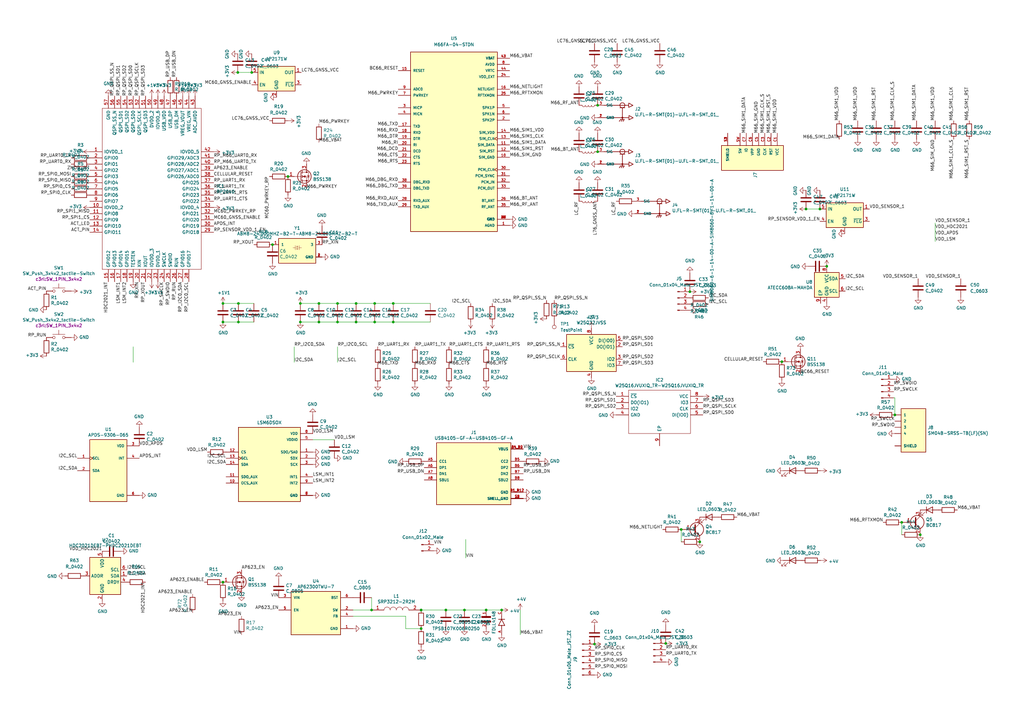
<source format=kicad_sch>
(kicad_sch (version 20211123) (generator eeschema)
  (paper "A3")
  (junction (at 369.824 214.249))
  (junction (at 339.09 109.22))
  (junction (at 290.83 320.929))
  (junction (at 273.05 263.906))
  (junction (at 172.72 250.19))
  (junction (at 243.84 264.16))
  (junction (at 330.581 85.725))
  (junction (at 138.43 132.08))
  (junction (at 190.5 250.19))
  (junction (at 153.67 132.08))
  (junction (at 245.11 43.18))
  (junction (at 111.76 100.33))
  (junction (at 123.19 124.46))
  (junction (at 301.625 320.929))
  (junction (at 260.35 320.929))
  (junction (at 287.02 222.25))
  (junction (at 161.29 124.46))
  (junction (at 118.11 72.39))
  (junction (at 217.424 308.229))
  (junction (at 182.88 250.19))
  (junction (at 282.956 119.634))
  (junction (at 152.4 250.19))
  (junction (at 97.79 132.08))
  (junction (at 91.44 238.76))
  (junction (at 205.74 250.19))
  (junction (at 336.296 85.725))
  (junction (at 130.81 132.08))
  (junction (at 222.25 308.229))
  (junction (at 280.67 320.929))
  (junction (at 367.03 170.18))
  (junction (at 138.43 124.46))
  (junction (at 91.44 124.46))
  (junction (at 97.536 29.718))
  (junction (at 476.504 276.352))
  (junction (at 153.67 124.46))
  (junction (at 245.11 62.23))
  (junction (at 320.675 148.336))
  (junction (at 123.19 132.08))
  (junction (at 280.67 328.549))
  (junction (at 130.81 124.46))
  (junction (at 279.4 217.17))
  (junction (at 295.91 320.929))
  (junction (at 146.05 132.08))
  (junction (at 146.05 124.46))
  (junction (at 377.444 219.329))
  (junction (at 91.44 132.08))
  (junction (at 199.39 250.19))
  (junction (at 222.25 315.849))
  (junction (at 161.29 132.08))
  (junction (at 103.251 29.718))
  (junction (at 172.72 257.81))
  (junction (at 97.79 124.46))
  (wire (pts (xy 274.32 323.469) (xy 274.32 328.549)))
  (wire (pts (xy 191.008 228.854) (xy 191.008 221.234)))
  (wire (pts (xy 190.5 250.19) (xy 199.39 250.19)))
  (wire (pts (xy 153.67 132.08) (xy 146.05 132.08)))
  (wire (pts (xy 252.73 320.929) (xy 260.35 320.929)))
  (wire (pts (xy 161.29 132.08) (xy 153.67 132.08)))
  (wire (pts (xy 146.05 124.46) (xy 153.67 124.46)))
  (wire (pts (xy 120.65 148.59) (xy 120.65 142.24)))
  (wire (pts (xy 146.05 132.08) (xy 138.43 132.08)))
  (wire (pts (xy 330.581 85.725) (xy 336.296 85.725)))
  (wire (pts (xy 153.67 124.46) (xy 161.29 124.46)))
  (wire (pts (xy 130.81 124.46) (xy 123.19 124.46)))
  (wire (pts (xy 97.536 29.718) (xy 103.251 29.718)))
  (wire (pts (xy 54.61 148.59) (xy 54.61 142.24)))
  (wire (pts (xy 97.79 124.46) (xy 91.44 124.46)))
  (wire (pts (xy 213.36 260.35) (xy 213.36 250.19)))
  (wire (pts (xy 104.14 132.08) (xy 97.79 132.08)))
  (wire (pts (xy 295.91 320.929) (xy 301.625 320.929)))
  (wire (pts (xy 367.03 163.195) (xy 366.522 163.195)))
  (wire (pts (xy 489.712 253.492) (xy 489.712 258.572)))
  (wire (pts (xy 138.43 124.46) (xy 146.05 124.46)))
  (wire (pts (xy 369.824 219.329) (xy 369.824 214.249)))
  (wire (pts (xy 144.78 252.73) (xy 166.37 252.73)))
  (wire (pts (xy 138.43 132.08) (xy 130.81 132.08)))
  (wire (pts (xy 217.424 308.229) (xy 222.25 308.229)))
  (wire (pts (xy 279.4 222.25) (xy 279.4 217.17)))
  (wire (pts (xy 190.5 250.19) (xy 182.88 250.19)))
  (wire (pts (xy 280.67 320.929) (xy 290.83 320.929)))
  (wire (pts (xy 161.29 124.46) (xy 176.53 124.46)))
  (wire (pts (xy 128.27 180.34) (xy 137.16 180.34)))
  (wire (pts (xy 161.29 132.08) (xy 176.53 132.08)))
  (wire (pts (xy 383.54 91.44) (xy 383.54 99.06)))
  (wire (pts (xy 217.424 315.849) (xy 222.25 315.849)))
  (wire (pts (xy 104.14 124.46) (xy 97.79 124.46)))
  (wire (pts (xy 130.81 132.08) (xy 123.19 132.08)))
  (wire (pts (xy 166.37 252.73) (xy 166.37 257.81)))
  (wire (pts (xy 274.32 328.549) (xy 280.67 328.549)))
  (wire (pts (xy 130.81 124.46) (xy 138.43 124.46)))
  (wire (pts (xy 260.35 315.849) (xy 260.35 320.929)))
  (wire (pts (xy 172.72 250.19) (xy 182.88 250.19)))
  (wire (pts (xy 166.37 257.81) (xy 172.72 257.81)))
  (wire (pts (xy 97.79 132.08) (xy 91.44 132.08)))
  (wire (pts (xy 367.03 170.18) (xy 367.03 163.195)))
  (wire (pts (xy 252.73 323.469) (xy 274.32 323.469)))
  (wire (pts (xy 144.78 250.19) (xy 152.4 250.19)))
  (wire (pts (xy 138.43 148.59) (xy 138.43 142.24)))
  (wire (pts (xy 199.39 250.19) (xy 205.74 250.19)))
  (wire (pts (xy 290.83 320.929) (xy 295.91 320.929)))
  (wire (pts (xy 152.4 245.11) (xy 152.4 250.19)))
  (wire (pts (xy 504.952 253.492) (xy 504.952 258.572)))
  (label "VDD_APDS" (at 383.54 96.52 0))
  (label "RP_QSPI_SD1" (at 252.73 165.1 180))
  (label "M66_SIM1_CLK_S" (at 313.69 54.61 90))
  (label "LC_STANDBY" (at 525.272 170.688 180))
  (label "AP623_ENABLE" (at 78.994 243.713 180))
  (label "LC_RX" (at 565.912 170.688 0))
  (label "RP_SWCLK" (at 367.03 172.72 180))
  (label "RP_XOUT" (at 104.14 100.33 180))
  (label "I2C_SDA_2V8" (at 479.298 292.608 180))
  (label "RP_QSPI_SD3" (at 59.69 39.37 90))
  (label "M66_SIM1_VDD" (at 383.54 49.53 90))
  (label "RP_QSPI_SD2" (at 52.07 39.37 90))
  (label "RP_QSPI_SS_N" (at 224.155 123.19 180))
  (label "RP_XOUT" (at 59.69 115.57 270))
  (label "RP_QSPI_SS_N" (at 227.33 123.19 0))
  (label "VDD_SENSOR_1" (at 356.616 85.725 0))
  (label "RP_RUN" (at 72.39 115.57 270))
  (label "M66_VBAT" (at 130.81 58.42 0))
  (label "LC76_GNSS_VCC" (at 253.111 17.78 180))
  (label "RP_SPI0_MOSI" (at 243.84 274.32 0))
  (label "APDS_INT" (at 57.15 187.96 0))
  (label "LC_I2C_SCL" (at 525.272 151.638 180))
  (label "VDD_LSM" (at 128.27 177.8 0))
  (label "RP_I2C0_SDA" (at 74.93 115.57 270))
  (label "LC_I2C_SCL" (at 504.952 253.492 180))
  (label "RP_M66_UART0_TX" (at 87.63 67.31 0))
  (label "RP_SPI0_MOSI" (at 29.21 72.39 180))
  (label "I2C_SDA" (at 346.71 114.3 0))
  (label "RP_RUN" (at 19.05 138.43 180))
  (label "LC76_BCKP" (at 629.158 159.004 180))
  (label "I2C_SDA" (at 31.75 193.04 180))
  (label "I2C_SCL" (at 31.75 187.96 180))
  (label "VDD_LSM" (at 85.09 185.42 180))
  (label "M66_SIM1_DATA" (at 209.042 59.436 0))
  (label "RP_QSPI_SD2" (at 252.73 167.64 180))
  (label "RP_SWCLK" (at 366.522 160.655 0))
  (label "RP_I2C0_SCL" (at 77.47 115.57 270))
  (label "RP_SENSOR_VDD_1_EN" (at 87.63 95.25 0))
  (label "RP_UART1_CTS" (at 87.63 82.55 0))
  (label "RP_QSPI_SD0" (at 288.29 170.18 0))
  (label "RP_M66_UART0_RX" (at 87.63 64.77 0))
  (label "AP623_EN" (at 99.06 233.68 0))
  (label "M66_SIM1_DATA" (at 375.92 49.53 90))
  (label "M66_SIM_GND" (at 311.15 54.61 90))
  (label "LC76_GNSS_VCC" (at 270.637 17.78 180))
  (label "RP_UART1_RTS" (at 199.39 142.24 0))
  (label "RP_USB_DN" (at 214.63 194.31 0))
  (label "I2C_SCL" (at 52.07 233.68 0))
  (label "ACT_PIN" (at 19.05 119.38 180))
  (label "RP_SPI1_CS" (at 36.83 90.17 180))
  (label "RP_SPI0_CLK" (at 243.84 266.7 0))
  (label "LSM_INT2" (at 52.07 115.57 270))
  (label "LC76_GNSS_VCC" (at 110.49 49.53 180))
  (label "M66_DTR" (at 163.322 56.896 180))
  (label "MC60_PWRKEY_RP" (at 87.63 87.63 0))
  (label "M66_VBAT" (at 209.042 23.876 0))
  (label "MC60_PWRKEY_RP" (at 110.49 72.39 270))
  (label "RP_USB_DP" (at 214.63 191.77 0))
  (label "CELLULAR_RESET" (at 313.055 148.336 180))
  (label "RP_SPI0_CS" (at 29.21 77.47 180))
  (label "HDC2021_INT" (at 44.45 115.57 270))
  (label "RP_SWDIO" (at 367.03 175.26 180))
  (label "M66_RI" (at 163.322 59.436 180))
  (label "ACT_LED" (at 36.83 92.71 180))
  (label "RP_UART0_TX" (at 29.21 64.77 180))
  (label "I2C_SCL_2V8" (at 508.508 284.226 270))
  (label "M66_RF_ANT" (at 209.042 84.836 0))
  (label "BC66_RESET" (at 163.322 28.956 180))
  (label "M66_VBAT" (at 392.684 209.169 0))
  (label "I2C_SCL" (at 489.966 313.436 0))
  (label "RP_USB_DP" (at 69.85 31.75 90))
  (label "M66_TXD" (at 163.322 51.816 180))
  (label "VDD_SENSOR_1" (at 376.555 114.3 180))
  (label "VDD_HDC2021" (at 41.91 226.06 180))
  (label "RP_QSPI_SD2" (at 255.27 147.32 0))
  (label "RP_UART1_RX" (at 87.63 74.93 0))
  (label "LC_RF" (at 252.73 82.55 270))
  (label "M66_VBAT" (at 213.36 260.35 0))
  (label "M66_RXD_AUX" (at 163.322 82.296 180))
  (label "APDS_INT" (at 87.63 92.71 0))
  (label "I2C_SDA" (at 52.07 236.22 0))
  (label "M66_PWRKEY" (at 125.73 77.47 0))
  (label "M66_SIM1_CLK_S" (at 367.03 49.53 90))
  (label "M66_CTS" (at 163.322 64.516 180))
  (label "RP_SWCLK" (at 67.31 115.57 270))
  (label "RP_M66_UART0_RX" (at 477.52 120.142 180))
  (label "M66_RXD_AUX" (at 492.76 127.762 0))
  (label "M66_BT_ANT" (at 237.49 62.23 180))
  (label "M66_SIM1_CLK" (at 391.16 49.53 90))
  (label "L76_GNSS_ANT" (at 525.272 165.608 180))
  (label "CELLULAR_RESET" (at 87.63 72.39 0))
  (label "AP623_ENABLE" (at 87.63 69.85 0))
  (label "M66_SIM1_CLK_S" (at 391.16 57.15 270))
  (label "BC66_RESET" (at 328.295 153.416 0))
  (label "M66_SIM1_RST" (at 359.41 49.53 90))
  (label "M66_PWRKEY" (at 163.322 39.116 180))
  (label "I2C_SCL" (at 138.43 148.59 0))
  (label "RP_SPI0_MISO" (at 243.84 271.78 0))
  (label "LC_I2C_SDA" (at 525.272 155.448 180))
  (label "RP_QSPI_SCLK" (at 288.29 167.64 0))
  (label "M66_RF_ANT" (at 237.49 43.18 180))
  (label "M66_SIM1_RST_S" (at 316.23 54.61 90))
  (label "LC76_BCKP" (at 611.632 159.004 180))
  (label "VDD_LSM" (at 383.54 99.06 0))
  (label "I2C_SDA" (at 201.93 124.46 0))
  (label "RP_USB_DN" (at 72.39 31.75 90))
  (label "M66_SIM1_DATA" (at 344.17 57.15 180))
  (label "I2C_SDA_2V8" (at 489.712 258.572 180))
  (label "RP_SWDIO" (at 69.85 115.57 270))
  (label "M66_DCD" (at 163.322 61.976 180))
  (label "VIN" (at 214.63 184.15 0))
  (label "LC_RF" (at 237.49 82.55 270))
  (label "I2C_SCL" (at 193.04 124.46 180))
  (label "I2C_SDA" (at 92.71 190.5 180))
  (label "RP_SWDIO" (at 366.522 158.115 0))
  (label "HDC2021_INT" (at 59.69 238.76 270))
  (label "L76_GNSS_ANT" (at 245.11 82.55 270))
  (label "M66_CTS" (at 184.15 149.86 0))
  (label "RP_SPI0_CS" (at 243.84 269.24 0))
  (label "VIN" (at 191.008 228.854 0))
  (label "M66_RXD" (at 163.322 54.356 180))
  (label "M66_SIM1_CLK" (at 209.042 56.896 0))
  (label "I2C_SDA" (at 290.576 122.174 0))
  (label "M66_SIM1_DATA" (at 306.07 54.61 90))
  (label "RP_SENSOR_VDD_1_EN" (at 336.296 90.805 180))
  (label "I2C_SDA" (at 120.65 148.59 0))
  (label "LSM_INT1" (at 128.27 195.58 0))
  (label "RP_UART1_RTS" (at 87.63 80.01 0))
  (label "LC_I2C_SDA" (at 523.494 276.86 90))
  (label "M66_SIM1_RST" (at 209.042 61.976 0))
  (label "LC_TX" (at 565.912 173.228 0))
  (label "RP_QSPI_SD0" (at 255.27 139.7 0))
  (label "RP_I2C0_SDA" (at 120.65 142.24 0))
  (label "RP_QSPI_SD3" (at 255.27 149.86 0))
  (label "M66_SIM1_VDD" (at 344.17 49.53 90))
  (label "RP_UART0_RX" (at 273.05 266.446 0))
  (label "RP_QSPI_SD1" (at 255.27 142.24 0))
  (label "LC76_GNSS_VCC" (at 123.571 29.718 0))
  (label "VIN" (at 177.927 223.393 0))
  (label "I2C_SDA_2V8" (at 502.412 284.226 270))
  (label "I2C_SDA" (at 489.458 292.608 0))
  (label "ACT_PIN" (at 36.83 95.25 180))
  (label "I2C_SCL_2V8" (at 504.952 258.572 180))
  (label "RP_M66_UART0_TX" (at 492.76 120.142 0))
  (label "RP_XIN" (at 132.08 100.33 0))
  (label "VDD_SENSOR_1" (at 383.54 91.44 0))
  (label "AP623_EN" (at 114.3 250.19 180))
  (label "RP_SPI1_MISO" (at 36.83 87.63 180))
  (label "I2C_SCL_2V8" (at 479.806 313.436 180))
  (label "VIN" (at 217.424 315.849 180))
  (label "M66_DBG_RXD" (at 163.322 74.676 180))
  (label "RP_QSPI_SD3" (at 288.29 165.1 0))
  (label "LSM_INT1" (at 49.53 115.57 270))
  (label "VIN" (at 114.3 245.11 180))
  (label "I2C_SDA" (at 523.494 284.48 270))
  (label "MC60_GNSS_ENABLE" (at 103.251 34.798 180))
  (label "LC76_GNSS_VCC" (at 565.912 150.368 0))
  (label "M66_TXD" (at 154.94 149.86 0))
  (label "M66_PWRKEY" (at 130.81 50.8 0))
  (label "RP_QSPI_SS_N" (at 46.99 39.37 90))
  (label "RP_UART0_TX" (at 273.05 268.986 0))
  (label "I2C_SCL" (at 346.71 119.38 0))
  (label "VIN" (at 99.06 260.35 180))
  (label "RP_SPI0_CLK" (at 29.21 80.01 180))
  (label "RP_QSPI_SD0" (at 54.61 39.37 90))
  (label "RP_USB_DN" (at 173.99 194.31 180))
  (label "ZMOD_INT" (at 36.83 69.85 180))
  (label "M66_SIM_GND" (at 383.54 57.15 270))
  (label "RP_UART1_CTS" (at 184.15 142.24 0))
  (label "LC_RF" (at 589.28 227.584 90))
  (label "M66_DBG_TXD" (at 163.322 77.216 180))
  (label "RP_QSPI_SCLK" (at 57.15 39.37 90))
  (label "LC_I2C_SDA" (at 489.712 253.492 180))
  (label "RP_QSPI_SCLK" (at 229.87 147.32 180))
  (label "LC76_GNSS_VCC" (at 243.84 17.78 180))
  (label "M66_RXD" (at 170.18 149.86 0))
  (label "M66_NETLIGHT" (at 271.78 217.17 180))
  (label "M66_TXD_AUX" (at 477.52 127.762 180))
  (label "M66_SIM1_VDD" (at 318.77 54.61 90))
  (label "VIN" (at 222.25 320.929 180))
  (label "M66_SIM1_VDD" (at 351.79 49.53 90))
  (label "LC_RESET" (at 525.272 160.528 180))
  (label "VDD_APDS" (at 57.15 182.88 0))
  (label "RP_QSPI_SS_N" (at 252.73 162.56 180))
  (label "M66_RFTXMON" (at 209.042 39.116 0))
  (label "VDD_SENSOR_1" (at 394.081 114.3 180))
  (label "M66_BT_ANT" (at 209.042 82.296 0))
  (label "MC60_GNSS_ENABLE" (at 87.63 90.17 0))
  (label "M66_SIM_GND" (at 209.042 64.516 0))
  (label "LC_I2C_SCL" (at 529.336 276.86 90))
  (label "VDD_HDC2021" (at 383.54 93.98 0))
  (label "M66_VBAT" (at 302.26 212.09 0))
  (label "I2C_SCL" (at 290.576 124.714 0))
  (label "AP623_EN" (at 78.994 251.333 180))
  (label "I2C_SCL" (at 92.71 187.96 180))
  (label "LC76_BCKP" (at 601.726 181.356 0))
  (label "M66_RFTXMON" (at 362.204 214.249 180))
  (label "M66_SIM1_RST_S" (at 397.51 57.15 270))
  (label "RP_XIN" (at 57.15 115.57 270))
  (label "I2C_SCL" (at 529.336 284.48 270))
  (label "RP_SPI0_MISO" (at 29.21 74.93 180))
  (label "AP623_EN" (at 99.06 252.73 180))
  (label "RP_USB_DP" (at 173.99 191.77 180))
  (label "RP_I2C0_SCL" (at 138.43 142.24 0))
  (label "M66_SIM1_VDD" (at 209.042 54.356 0))
  (label "LC76_BCKP" (at 565.912 152.908 0))
  (label "RP_UART1_TX" (at 170.18 142.24 0))
  (label "LC76_BCKP" (at 602.361 159.004 180))
  (label "M66_SIM1_RST" (at 397.51 49.53 90))
  (label "VDD_LSM" (at 137.16 180.34 0))
  (label "M66_RTS" (at 163.322 67.056 180))
  (label "RP_UART1_TX" (at 87.63 77.47 0))
  (label "RP_QSPI_SS_N" (at 229.87 142.24 180))
  (label "LSM_INT2" (at 128.27 198.12 0))
  (label "RP_UART0_RX" (at 29.21 67.31 180))
  (label "AP623_ENABLE" (at 83.82 238.76 180))
  (label "RP_QSPI_SD1" (at 49.53 39.37 90))
  (label "M66_NETLIGHT" (at 209.042 36.576 0))
  (label "M66_TXD_AUX" (at 163.322 84.836 180))
  (label "M66_RTS" (at 199.39 149.86 0))
  (label "RP_UART1_RX" (at 154.94 142.24 0))
  (symbol (lib_id "Connector:Conn_01x02_Male") (at 172.847 223.393 0) (unit 1)
    (property "Reference" "J12" (at 173.482 217.805 0))
    (property "Value" "Conn_01x02_Male" (at 173.482 220.345 0))
    (property "Footprint" "Connector_JST:JST_XH_B2B-XH-AM_1x02_P2.50mm_Vertical" (effects hide))
  )
  (symbol (lib_id "c3rl-cnode-beta-1-rescue:R_0402-c3rl") (at 107.95 100.33 270) (unit 1)
    (property "Reference" "R18" (at 107.95 95.0722 90))
    (property "Value" "R_0402" (at 107.95 97.3836 90))
    (property "Footprint" "Resistor_SMD:R_0402_1005Metric" (effects hide))
  )
  (symbol (lib_id "power:GND") (at 205.74 260.35 0) (unit 1)
    (property "Reference" "#PWR0212" (effects hide))
    (property "Value" "GND" (at 205.867 264.7442 0))
  )
  (symbol (lib_id "c3rl-cnode-beta-1-rescue:R_0402-c3rl") (at 78.994 247.523 0) (unit 1)
    (property "Reference" "R72" (at 73.7362 247.523 90))
    (property "Value" "R_0402" (at 76.0476 247.523 90))
    (property "Footprint" "Resistor_SMD:R_0402_1005Metric" (effects hide))
  )
  (symbol (lib_id "power:+3V3") (at 243.84 264.16 270) (unit 1)
    (property "Reference" "#PWR0171" (effects hide))
    (property "Value" "+3V3" (at 247.65 264.1599 90) (effects (justify left)))
  )
  (symbol (lib_id "c3rl-cnode-beta-1-rescue:R_0402-c3rl") (at 275.59 217.17 270) (unit 1)
    (property "Reference" "R41" (at 275.59 211.9122 90))
    (property "Value" "R_0402" (at 275.59 214.2236 90))
    (property "Footprint" "Resistor_SMD:R_0402_1005Metric" (effects hide))
  )
  (symbol (lib_id "power:GND") (at 301.625 328.549 0) (unit 1)
    (property "Reference" "#PWR0239" (effects hide))
    (property "Value" "GND" (at 301.752 332.9432 0))
  )
  (symbol (lib_id "power:GND") (at 222.25 308.229 180) (unit 1)
    (property "Reference" "#PWR0154" (effects hide))
    (property "Value" "GND" (at 222.123 303.8348 0))
  )
  (symbol (lib_id "power:GND") (at 280.67 336.169 0) (unit 1)
    (property "Reference" "#PWR0162" (effects hide))
    (property "Value" "GND" (at 280.797 340.5632 0))
  )
  (symbol (lib_id "c3rl-cnode-beta-1-rescue:C_0402-c3rl") (at 176.53 128.27 0) (unit 1)
    (property "Reference" "C20" (at 179.451 127.1016 0) (effects (justify left)))
    (property "Value" "C_0402" (at 179.451 129.413 0) (effects (justify left)))
    (property "Footprint" "Capacitor_SMD:C_0402_1005Metric" (effects hide))
  )
  (symbol (lib_id "M66FA-04-STDN:M66FA-04-STDN") (at 186.182 56.896 0) (unit 1)
    (property "Reference" "U5" (at 186.182 15.748 0))
    (property "Value" "M66FA-04-STDN" (at 186.182 18.288 0))
    (property "Footprint" "XCVR_M66FA-04-STDN" (effects hide))
    (property "MP" "M66" (effects hide))
    (property "DESCRIPTION" "M66 is an ultra-small quad-band GSM/GPRS module using LCC castellation packaging on the market. Based on the latest 2G chipset, it has the optimal performance in SMS & Data transmission and audio service even in harsh environment." (effects hide))
    (property "AVAILABILITY" "Unavailable" (effects hide))
    (property "PRICE" "None" (effects hide))
    (property "PACKAGE" "0603 Quectel" (effects hide))
    (property "MF" "Quectel" (effects hide))
  )
  (symbol (lib_id "c3rl-cnode-beta-1-rescue:U.FL-R-SMT(01)-U.FL-R-SMT_01_-c3rl-gnode-beta-1-rescue") (at 270.51 85.09 0) (unit 1)
    (property "Reference" "J4" (at 275.6408 84.074 0) (effects (justify left)))
    (property "Value" "U.FL-R-SMT(01)-U.FL-R-SMT_01_" (at 275.6408 86.3854 0) (effects (justify left)))
    (property "Footprint" "HRS_U.FL-R-SMT(01)" (effects hide))
    (property "DESCRIPTION" "U.FL Series 6 Ghz 50 Ohm Ultra-small SMT Coaxial Cable Receptacle" (effects hide))
    (property "PACKAGE" "None" (effects hide))
    (property "MP" "U.FL-R-SMT(01)" (effects hide))
    (property "PRICE" "0.84 USD" (effects hide))
    (property "AVAILABILITY" "Good" (effects hide))
    (property "MF" "Hirose" (effects hide))
  )
  (symbol (lib_id "c3rl-cnode-beta-1-rescue:RP2040-RP2040") (at 36.83 62.23 0) (unit 1)
    (property "Reference" "IC1" (at 88.7476 76.3016 0) (effects (justify left)))
    (property "Value" "RP2040" (at 88.7476 78.613 0) (effects (justify left)))
    (property "Footprint" "QFN40P700X700X90-57N-D" (effects hide))
    (property "Datasheet" "https://datasheets.raspberrypi.org/rp2040/rp2040-datasheet.pdf" (effects hide))
    (property "Description" "Microcontroller in QFN Package" (effects hide))
    (property "Height" "0.9" (effects hide))
    (property "Manufacturer_Name" "RASPBERRY-PI" (effects hide))
    (property "Manufacturer_Part_Number" "RP2040" (effects hide))
  )
  (symbol (lib_id "c3rl:R_0402") (at 256.54 82.55 90) (unit 1)
    (property "Reference" "R35" (at 256.54 76.2 90))
    (property "Value" "R_0402" (at 256.54 78.74 90))
    (property "Footprint" "Resistor_SMD:R_0402_1005Metric" (effects hide))
  )
  (symbol (lib_id "power:+3V3") (at 123.19 124.46 0) (unit 1)
    (property "Reference" "#PWR0102" (effects hide))
    (property "Value" "+3V3" (at 123.571 120.0658 0))
  )
  (symbol (lib_id "Power_Management:AP2171W") (at 113.411 32.258 0) (unit 1)
    (property "Reference" "U9" (at 113.411 21.59 0))
    (property "Value" "AP2171W" (at 113.411 24.13 0))
    (property "Footprint" "Package_TO_SOT_SMD:SOT-23-5" (effects hide))
    (property "Datasheet" "https://www.diodes.com/assets/Datasheets/AP2161.pdf" (effects hide))
  )
  (symbol (lib_id "power:GND") (at 243.84 276.86 90) (unit 1)
    (property "Reference" "#PWR0180" (effects hide))
    (property "Value" "GND" (at 247.0912 276.733 90) (effects (justify right)))
  )
  (symbol (lib_id "c3rl-cnode-beta-1-rescue:C_0402-c3rl") (at 130.81 128.27 0) (unit 1)
    (property "Reference" "C10" (at 133.731 127.1016 0) (effects (justify left)))
    (property "Value" "C_0402" (at 133.731 129.413 0) (effects (justify left)))
    (property "Footprint" "Capacitor_SMD:C_0402_1005Metric" (effects hide))
  )
  (symbol (lib_id "c3rl-cnode-beta-1-rescue:R_0402-c3rl") (at 280.67 324.739 0) (unit 1)
    (property "Reference" "R14" (at 282.448 323.5706 0) (effects (justify left)))
    (property "Value" "R_0402" (at 282.448 325.882 0) (effects (justify left)))
    (property "Footprint" "Resistor_SMD:R_0402_1005Metric" (effects hide))
  )
  (symbol (lib_id "c3rl-cnode-beta-1-rescue:C_0402-c3rl") (at 367.03 53.34 0) (unit 1)
    (property "Reference" "C39" (at 369.951 52.1716 0) (effects (justify left)))
    (property "Value" "C_0402" (at 369.951 54.483 0) (effects (justify left)))
    (property "Footprint" "Capacitor_SMD:C_0402_1005Metric" (effects hide))
  )
  (symbol (lib_id "c3rl-cnode-beta-1-rescue:R_0402-c3rl") (at 69.85 35.56 0) (unit 1)
    (property "Reference" "R9" (at 71.628 34.3916 0) (effects (justify left)))
    (property "Value" "R_0402" (at 71.628 36.703 0) (effects (justify left)))
    (property "Footprint" "Resistor_SMD:R_0402_1005Metric" (effects hide))
  )
  (symbol (lib_id "c3rl-cnode-beta-1-rescue:HDC2021DEBT-PHDC2021DEBT-c3rl-gnode-beta-1-rescue") (at 44.45 236.22 0) (unit 1)
    (property "Reference" "U2" (at 43.18 221.4626 0))
    (property "Value" "HDC2021DEBT-PHDC2021DEBT" (at 43.18 223.774 0))
    (property "Footprint" "c3rl:PHDC2021DEBT" (effects hide))
  )
  (symbol (lib_id "power:GND") (at 253.111 25.4 0) (unit 1)
    (property "Reference" "#PWR0229" (effects hide))
    (property "Value" "GND" (at 253.238 29.7942 0))
  )
  (symbol (lib_id "power:GND") (at 492.76 135.382 0) (unit 1)
    (property "Reference" "#PWR0226" (effects hide))
    (property "Value" "GND" (at 492.887 139.7762 0))
  )
  (symbol (lib_id "power:+3V3") (at 339.09 109.22 0) (unit 1)
    (property "Reference" "#PWR0159" (effects hide))
    (property "Value" "+3V3" (at 339.471 104.8258 0))
  )
  (symbol (lib_id "power:GND") (at 128.27 187.96 90) (unit 1)
    (property "Reference" "#PWR0176" (effects hide))
    (property "Value" "GND" (at 131.5212 187.833 90) (effects (justify right)))
  )
  (symbol (lib_id "c3rl-cnode-beta-1-rescue:R_0402-c3rl") (at 91.44 242.57 0) (unit 1)
    (property "Reference" "R16" (at 93.218 241.4016 0) (effects (justify left)))
    (property "Value" "R_0402" (at 93.218 243.713 0) (effects (justify left)))
    (property "Footprint" "Resistor_SMD:R_0402_1005Metric" (effects hide))
  )
  (symbol (lib_id "power:+3V3") (at 67.31 39.37 0) (unit 1)
    (property "Reference" "#PWR0110" (effects hide))
    (property "Value" "+3V3" (at 67.691 34.9758 0))
  )
  (symbol (lib_id "power:GND") (at 331.47 109.22 270) (unit 1)
    (property "Reference" "#PWR0158" (effects hide))
    (property "Value" "GND" (at 328.2188 109.347 90) (effects (justify right)))
  )
  (symbol (lib_id "power:GND") (at 245.11 48.26 270) (unit 1)
    (property "Reference" "#PWR0134" (effects hide))
    (property "Value" "GND" (at 241.8588 48.387 90) (effects (justify right)))
  )
  (symbol (lib_id "power:GND") (at 91.44 132.08 0) (unit 1)
    (property "Reference" "#PWR0167" (effects hide))
    (property "Value" "GND" (at 91.567 136.4742 0))
  )
  (symbol (lib_id "power:GND") (at 245.11 35.56 180) (unit 1)
    (property "Reference" "#PWR0139" (effects hide))
    (property "Value" "GND" (at 244.983 31.1658 0))
  )
  (symbol (lib_id "c3rl-cnode-beta-1-rescue:C_0402-c3rl") (at 237.49 58.42 0) (unit 1)
    (property "Reference" "C26" (at 240.411 57.2516 0) (effects (justify left)))
    (property "Value" "C_0402" (at 240.411 59.563 0) (effects (justify left)))
    (property "Footprint" "Capacitor_SMD:C_0402_1005Metric" (effects hide))
  )
  (symbol (lib_id "c3rl-cnode-beta-1-rescue:R_0402-c3rl") (at 99.06 256.54 0) (unit 1)
    (property "Reference" "R17" (at 100.838 255.3716 0) (effects (justify left)))
    (property "Value" "R_0402" (at 100.838 257.683 0) (effects (justify left)))
    (property "Footprint" "Resistor_SMD:R_0402_1005Metric" (effects hide))
  )
  (symbol (lib_id "power:GND") (at 290.83 328.549 0) (unit 1)
    (property "Reference" "#PWR0169" (effects hide))
    (property "Value" "GND" (at 290.957 332.9432 0))
  )
  (symbol (lib_id "c3rl-cnode-beta-1-rescue:W25Q16JVUXIQ_TR-W25Q16JVUXIQ_TR-c3rl") (at 252.73 162.56 0) (unit 1)
    (property "Reference" "IC2" (at 270.51 155.829 0))
    (property "Value" "W25Q16JVUXIQ_TR-W25Q16JVUXIQ_TR" (at 270.51 158.1404 0))
    (property "Footprint" "SON50P300X200X60-9N" (effects hide))
    (property "Datasheet" "https://componentsearchengine.com/Datasheets/1/W25Q16JVUXIQ TR.pdf" (effects hide))
    (property "Description" "NOR Flash spiFlash, 3V, 16M-bit, 4Kb Uniform Sector, DTR" (effects hide))
    (property "Height" "0.6" (effects hide))
    (property "Manufacturer_Name" "Winbond" (effects hide))
    (property "Manufacturer_Part_Number" "W25Q16JVUXIQ TR" (effects hide))
    (property "Mouser Part Number" "454-W25Q16JVUXIQTR" (effects hide))
    (property "Mouser Price/Stock" "https://www.mouser.co.uk/ProductDetail/Winbond/W25Q16JVUXIQ-TR?qs=qSfuJ%252Bfl%2Fd7SDdIHLGOd1g%3D%3D" (effects hide))
    (property "Arrow Part Number" "W25Q16JVUXIQ TR" (effects hide))
    (property "Arrow Price/Stock" "https://www.arrow.com/en/products/w25q16jvuxiqtr/winbond-electronics?region=nac" (effects hide))
  )
  (symbol (lib_id "c3rl:Conn_01x04_Male_JST_ZE") (at 277.876 122.174 0) (unit 1)
    (property "Reference" "J5" (at 278.511 114.3 0))
    (property "Value" "Conn_01x04_Male_JST_ZE" (at 278.511 116.84 0))
    (property "Footprint" "Connector_JST:JST_ZE_B04B-ZESK-D_1x04_P1.50mm_Vertical" (effects hide))
  )
  (symbol (lib_id "power:GND") (at 111.76 107.95 0) (unit 1)
    (property "Reference" "#PWR0104" (effects hide))
    (property "Value" "GND" (at 111.887 112.3442 0))
  )
  (symbol (lib_id "c3rl-cnode-beta-1-rescue:R_0402-c3rl") (at 19.05 123.19 0) (unit 1)
    (property "Reference" "R1" (at 20.828 122.0216 0) (effects (justify left)))
    (property "Value" "R_0402" (at 20.828 124.333 0) (effects (justify left)))
    (property "Footprint" "Resistor_SMD:R_0402_1005Metric" (effects hide))
  )
  (symbol (lib_id "c3rl-cnode-beta-1-rescue:R_0402-c3rl") (at 492.76 123.952 0) (unit 1)
    (property "Reference" "R69" (at 494.538 122.7836 0) (effects (justify left)))
    (property "Value" "R_0402" (at 494.538 125.095 0) (effects (justify left)))
    (property "Footprint" "Resistor_SMD:R_0402_1005Metric" (effects hide))
  )
  (symbol (lib_id "c3rl-cnode-beta-1-rescue:C_0402-c3rl") (at 161.29 128.27 0) (unit 1)
    (property "Reference" "C17" (at 164.211 127.1016 0) (effects (justify left)))
    (property "Value" "C_0402" (at 164.211 129.413 0) (effects (justify left)))
    (property "Footprint" "Capacitor_SMD:C_0402_1005Metric" (effects hide))
  )
  (symbol (lib_id "power:+1V1") (at 62.23 39.37 0) (unit 1)
    (property "Reference" "#PWR0111" (effects hide))
    (property "Value" "+1V1" (at 62.611 34.9758 0))
  )
  (symbol (lib_id "c3rl-cnode-beta-1-rescue:R_0402-c3rl") (at 33.02 77.47 270) (unit 1)
    (property "Reference" "R7" (at 33.02 72.2122 90))
    (property "Value" "R_0402" (at 33.02 74.5236 90))
    (property "Footprint" "Resistor_SMD:R_0402_1005Metric" (effects hide))
  )
  (symbol (lib_id "c3rl-cnode-beta-1-rescue:C_0402-c3rl") (at 132.08 96.52 0) (unit 1)
    (property "Reference" "C11" (at 135.001 95.3516 0) (effects (justify left)))
    (property "Value" "C_0402" (at 135.001 97.663 0) (effects (justify left)))
    (property "Footprint" "Capacitor_SMD:C_0402_1005Metric" (effects hide))
  )
  (symbol (lib_id "c3rl-cnode-beta-1-rescue:U.FL-R-SMT(01)-U.FL-R-SMT_01_-c3rl-gnode-beta-1-rescue") (at 255.27 45.72 0) (unit 1)
    (property "Reference" "J2" (at 260.4008 44.704 0) (effects (justify left)))
    (property "Value" "U.FL-R-SMT(01)-U.FL-R-SMT_01_" (at 260.4008 47.0154 0) (effects (justify left)))
    (property "Footprint" "HRS_U.FL-R-SMT(01)" (effects hide))
    (property "DESCRIPTION" "U.FL Series 6 Ghz 50 Ohm Ultra-small SMT Coaxial Cable Receptacle" (effects hide))
    (property "PACKAGE" "None" (effects hide))
    (property "MP" "U.FL-R-SMT(01)" (effects hide))
    (property "PRICE" "0.84 USD" (effects hide))
    (property "AVAILABILITY" "Good" (effects hide))
    (property "MF" "Hirose" (effects hide))
  )
  (symbol (lib_id "power:+1V1") (at 91.44 124.46 0) (unit 1)
    (property "Reference" "#PWR0166" (effects hide))
    (property "Value" "+1V1" (at 91.821 120.0658 0))
  )
  (symbol (lib_id "power:GND") (at 97.536 22.098 270) (unit 1)
    (property "Reference" "#PWR0125" (effects hide))
    (property "Value" "GND" (at 93.1418 22.225 0))
  )
  (symbol (lib_id "c3rl-cnode-beta-1-rescue:C_0402-c3rl") (at 97.536 25.908 180) (unit 1)
    (property "Reference" "C43" (at 100.457 24.7396 0) (effects (justify right)))
    (property "Value" "C_0402" (at 100.457 27.051 0) (effects (justify right)))
    (property "Footprint" "Capacitor_SMD:C_0402_1005Metric" (effects hide))
  )
  (symbol (lib_id "power:+3V3") (at 594.106 181.356 90) (unit 1)
    (property "Reference" "#PWR0238" (effects hide))
    (property "Value" "+3V3" (at 590.8548 180.975 90) (effects (justify left)))
  )
  (symbol (lib_id "power:+3V3") (at 87.63 62.23 270) (unit 1)
    (property "Reference" "#PWR0112" (effects hide))
    (property "Value" "+3V3" (at 90.8812 62.611 90) (effects (justify left)))
  )
  (symbol (lib_id "power:+2V8") (at 508.508 276.606 0) (unit 1)
    (property "Reference" "#PWR0224" (effects hide))
    (property "Value" "+2V8" (at 508.508 271.272 0))
  )
  (symbol (lib_id "c3rl:R_0402") (at 508.508 280.416 0) (unit 1)
    (property "Reference" "R62" (at 511.302 279.1459 0) (effects (justify left)))
    (property "Value" "R_0402" (at 511.302 281.6859 0) (effects (justify left)))
    (property "Footprint" "Resistor_SMD:R_0402_1005Metric" (effects hide))
  )
  (symbol (lib_id "c3rl-cnode-beta-1-rescue:C_0402-c3rl") (at 237.49 39.37 180) (unit 1)
    (property "Reference" "C25" (at 240.411 38.2016 0) (effects (justify right)))
    (property "Value" "C_0402" (at 240.411 40.513 0) (effects (justify right)))
    (property "Footprint" "Capacitor_SMD:C_0402_1005Metric" (effects hide))
  )
  (symbol (lib_id "power:GND") (at 242.57 154.94 0) (unit 1)
    (property "Reference" "#PWR0198" (effects hide))
    (property "Value" "GND" (at 242.697 159.3342 0))
  )
  (symbol (lib_id "power:GND") (at 273.05 271.526 90) (unit 1)
    (property "Reference" "#PWR0197" (effects hide))
    (property "Value" "GND" (at 277.4442 271.399 0))
  )
  (symbol (lib_id "power:+4V") (at 213.36 250.19 0) (unit 1)
    (property "Reference" "#PWR0217" (effects hide))
    (property "Value" "+4V" (at 213.741 245.7958 0))
  )
  (symbol (lib_id "c3rl-cnode-beta-1-rescue:C_0402-c3rl") (at 104.14 128.27 0) (unit 1)
    (property "Reference" "C5" (at 107.061 127.1016 0) (effects (justify left)))
    (property "Value" "C_0402" (at 107.061 129.413 0) (effects (justify left)))
    (property "Footprint" "Capacitor_SMD:C_0402_1005Metric" (effects hide))
  )
  (symbol (lib_id "power:GND") (at 154.94 157.48 0) (unit 1)
    (property "Reference" "#PWR0173" (effects hide))
    (property "Value" "GND" (at 155.067 161.8742 0))
  )
  (symbol (lib_id "power:GND") (at 376.555 121.92 0) (unit 1)
    (property "Reference" "#PWR0233" (effects hide))
    (property "Value" "GND" (at 376.682 126.3142 0))
  )
  (symbol (lib_id "power:GND") (at 137.16 187.96 90) (unit 1)
    (property "Reference" "#PWR0175" (effects hide))
    (property "Value" "GND" (at 140.4112 187.833 90) (effects (justify right)))
  )
  (symbol (lib_id "power:GND") (at 375.92 57.15 0) (unit 1)
    (property "Reference" "#PWR0127" (effects hide))
    (property "Value" "GND" (at 376.047 61.5442 0))
  )
  (symbol (lib_id "c3rl-cnode-beta-1-rescue:SM04B-SRSS-TB(LF)(SN)-SM04B-SRSS-TB_LF__SN_") (at 374.65 175.26 0) (unit 1)
    (property "Reference" "J8" (at 380.492 175.3616 0) (effects (justify left)))
    (property "Value" "SM04B-SRSS-TB(LF)(SN)" (at 380.492 177.673 0) (effects (justify left)))
    (property "Footprint" "JST_SM04B-SRSS-TB(LF)(SN)" (effects hide))
    (property "MANUFACTURER" "JST" (effects hide))
    (property "STANDARD" "Manufacturer recommendations" (effects hide))
  )
  (symbol (lib_id "Transistor_FET:BSS138") (at 96.52 238.76 0) (unit 1)
    (property "Reference" "Q1" (at 101.7016 237.5916 0) (effects (justify left)))
    (property "Value" "BSS138" (at 101.7016 239.903 0) (effects (justify left)))
    (property "Footprint" "Package_TO_SOT_SMD:SOT-23" (effects hide))
    (property "Datasheet" "https://www.onsemi.com/pub/Collateral/BSS138-D.PDF" (effects hide))
  )
  (symbol (lib_id "c3rl-cnode-beta-1-rescue:SRP3212-2R2M-SRP3212-2R2M") (at 260.35 320.929 0) (unit 1)
    (property "Reference" "L5" (at 270.51 315.214 0))
    (property "Value" "SRP3212-2R2M" (at 270.51 317.5254 0))
    (property "Footprint" "INDC2520X100N" (effects hide))
    (property "Datasheet" "https://www.bourns.com/pdfs/CVH.pdf" (effects hide))
    (property "Description" "Ind,3.2x2.5x1mm,2.2uH?20%,4A,shd" (effects hide))
    (property "Height" "1" (effects hide))
    (property "Manufacturer_Name" "Bourns" (effects hide))
    (property "Manufacturer_Part_Number" "SRP3212-2R2M" (effects hide))
  )
  (symbol (lib_id "c3rl-cnode-beta-1-rescue:R_0402-c3rl") (at 33.02 74.93 270) (unit 1)
    (property "Reference" "R6" (at 33.02 69.6722 90))
    (property "Value" "R_0402" (at 33.02 71.9836 90))
    (property "Footprint" "Resistor_SMD:R_0402_1005Metric" (effects hide))
  )
  (symbol (lib_id "Transistor_FET:BSS138") (at 325.755 148.336 0) (unit 1)
    (property "Reference" "Q11" (at 330.9366 147.1676 0) (effects (justify left)))
    (property "Value" "BSS138" (at 330.9366 149.479 0) (effects (justify left)))
    (property "Footprint" "Package_TO_SOT_SMD:SOT-23" (effects hide))
    (property "Datasheet" "https://www.onsemi.com/pub/Collateral/BSS138-D.PDF" (effects hide))
  )
  (symbol (lib_name "GND_3") (lib_id "power:GND") (at 565.912 178.308 90) (unit 1)
    (property "Reference" "#PWR0225" (effects hide))
    (property "Value" "GND" (at 570.23 178.3079 90) (effects (justify right)))
  )
  (symbol (lib_id "c3rl-cnode-beta-1-rescue:R_0402-c3rl") (at 33.02 72.39 270) (unit 1)
    (property "Reference" "R5" (at 33.02 67.1322 90))
    (property "Value" "R_0402" (at 33.02 69.4436 90))
    (property "Footprint" "Resistor_SMD:R_0402_1005Metric" (effects hide))
  )
  (symbol (lib_id "power:GND") (at 128.27 190.5 90) (unit 1)
    (property "Reference" "#PWR0177" (effects hide))
    (property "Value" "GND" (at 131.5212 190.373 90) (effects (justify right)))
  )
  (symbol (lib_id "c3rl-cnode-beta-1-rescue:R_0402-c3rl") (at 193.04 128.27 0) (unit 1)
    (property "Reference" "R34" (at 194.818 127.1016 0) (effects (justify left)))
    (property "Value" "R_0402" (at 194.818 129.413 0) (effects (justify left)))
    (property "Footprint" "Resistor_SMD:R_0402_1005Metric" (effects hide))
  )
  (symbol (lib_id "power:GND") (at 26.67 236.22 270) (unit 1)
    (property "Reference" "#PWR0186" (effects hide))
    (property "Value" "GND" (at 23.4188 236.347 90) (effects (justify right)))
  )
  (symbol (lib_id "c3rl-cnode-beta-1-rescue:C_0402-c3rl") (at 335.28 109.22 90) (unit 1)
    (property "Reference" "C35" (at 335.28 102.8192 90))
    (property "Value" "C_0402" (at 335.28 105.1306 90))
    (property "Footprint" "Capacitor_SMD:C_0402_1005Metric" (effects hide))
  )
  (symbol (lib_id "power:GND") (at 477.52 135.382 0) (unit 1)
    (property "Reference" "#PWR0227" (effects hide))
    (property "Value" "GND" (at 477.647 139.7762 0))
  )
  (symbol (lib_id "power:GND") (at 222.25 189.23 90) (unit 1)
    (property "Reference" "#PWR0201" (effects hide))
    (property "Value" "GND" (at 225.5012 189.103 90) (effects (justify right)))
  )
  (symbol (lib_id "c3rl-cnode-beta-1-rescue:C_0402-c3rl") (at 375.92 53.34 0) (unit 1)
    (property "Reference" "C40" (at 378.841 52.1716 0) (effects (justify left)))
    (property "Value" "C_0402" (at 378.841 54.483 0) (effects (justify left)))
    (property "Footprint" "Capacitor_SMD:C_0402_1005Metric" (effects hide))
  )
  (symbol (lib_id "c3rl:R_0402") (at 114.3 49.53 90) (unit 1)
    (property "Reference" "R19" (at 114.3 43.688 90))
    (property "Value" "R_0402" (at 114.3 46.228 90))
    (property "Footprint" "Resistor_SMD:R_0402_1005Metric" (effects hide))
  )
  (symbol (lib_name "GND_1") (lib_id "power:GND") (at 209.042 89.916 90) (unit 1)
    (property "Reference" "#PWR0221" (effects hide))
    (property "Value" "GND" (at 212.344 89.9159 90) (effects (justify right)))
  )
  (symbol (lib_id "c3rl-cnode-beta-1-rescue:C_0402-c3rl") (at 138.43 128.27 0) (unit 1)
    (property "Reference" "C13" (at 141.351 127.1016 0) (effects (justify left)))
    (property "Value" "C_0402" (at 141.351 129.413 0) (effects (justify left)))
    (property "Footprint" "Capacitor_SMD:C_0402_1005Metric" (effects hide))
  )
  (symbol (lib_id "c3rl:R_0402") (at 227.33 127 0) (unit 1)
    (property "Reference" "R13" (at 229.87 125.7299 0) (effects (justify left)))
    (property "Value" "R_0402" (at 229.87 128.2699 0) (effects (justify left)))
    (property "Footprint" "Resistor_SMD:R_0402_1005Metric" (effects hide))
  )
  (symbol (lib_id "power:+3V3") (at 118.11 49.53 270) (unit 1)
    (property "Reference" "#PWR0124" (effects hide))
    (property "Value" "+3V3" (at 122.5042 49.911 0))
  )
  (symbol (lib_id "c3rl-cnode-beta-1-rescue:LED_0603-Device") (at 325.12 193.04 0) (unit 1)
    (property "Reference" "D4" (at 324.9422 187.5282 0))
    (property "Value" "LED_0603" (at 324.9422 189.8396 0))
    (property "Footprint" "LED_SMD:LED_0603_1608Metric" (effects hide))
  )
  (symbol (lib_id "c3rl:Conn_01x06_Male_JST_ZE") (at 238.76 269.24 0) (unit 1)
    (property "Reference" "J9" (at 235.966 270.51 90))
    (property "Value" "Conn_01x06_Male_JST_ZE" (at 233.426 270.51 90))
    (property "Footprint" "Connector_JST:JST_ZE_B06B-ZESK-D_1x06_P1.50mm_Vertical" (effects hide))
  )
  (symbol (lib_id "power:GND") (at 377.444 219.329 0) (unit 1)
    (property "Reference" "#PWR0148" (effects hide))
    (property "Value" "GND" (at 377.571 223.7232 0))
  )
  (symbol (lib_id "c3rl-cnode-beta-1-rescue:C_0402-c3rl") (at 237.49 78.74 0) (unit 1)
    (property "Reference" "C27" (at 240.411 77.5716 0) (effects (justify left)))
    (property "Value" "C_0402" (at 240.411 79.883 0) (effects (justify left)))
    (property "Footprint" "Capacitor_SMD:C_0402_1005Metric" (effects hide))
  )
  (symbol (lib_id "c3rl:C_0603") (at 336.296 81.915 0) (unit 1)
    (property "Reference" "C48" (at 340.106 80.6449 0) (effects (justify left)))
    (property "Value" "C_0603" (at 340.106 83.1849 0) (effects (justify left)))
    (property "Footprint" "Capacitor_SMD:C_0603_1608Metric" (effects hide))
  )
  (symbol (lib_id "power:GND") (at 199.39 157.48 0) (unit 1)
    (property "Reference" "#PWR0196" (effects hide))
    (property "Value" "GND" (at 199.517 161.8742 0))
  )
  (symbol (lib_id "power:GND") (at 328.295 143.256 180) (unit 1)
    (property "Reference" "#PWR0204" (effects hide))
    (property "Value" "GND" (at 328.168 138.8618 0))
  )
  (symbol (lib_id "power:GND") (at 166.37 189.23 270) (unit 1)
    (property "Reference" "#PWR0174" (effects hide))
    (property "Value" "GND" (at 163.1188 189.357 90) (effects (justify right)))
  )
  (symbol (lib_id "c3rl-cnode-beta-1-rescue:R_0402-c3rl") (at 170.18 146.05 0) (unit 1)
    (property "Reference" "R27" (at 171.958 144.8816 0) (effects (justify left)))
    (property "Value" "R_0402" (at 171.958 147.193 0) (effects (justify left)))
    (property "Footprint" "Resistor_SMD:R_0402_1005Metric" (effects hide))
  )
  (symbol (lib_id "power:GND") (at 103.251 22.098 270) (unit 1)
    (property "Reference" "#PWR0210" (effects hide))
    (property "Value" "GND" (at 98.8568 22.225 0))
  )
  (symbol (lib_id "c3rl:C_0603") (at 243.84 21.59 0) (unit 1)
    (property "Reference" "C28" (at 247.65 20.3199 0) (effects (justify left)))
    (property "Value" "C_0603" (at 247.65 22.8599 0) (effects (justify left)))
    (property "Footprint" "Capacitor_SMD:C_0603_1608Metric" (effects hide))
  )
  (symbol (lib_id "power:GND") (at 295.91 328.549 0) (unit 1)
    (property "Reference" "#PWR0191" (effects hide))
    (property "Value" "GND" (at 296.037 332.9432 0))
  )
  (symbol (lib_id "power:GND") (at 336.296 78.105 270) (unit 1)
    (property "Reference" "#PWR0131" (effects hide))
    (property "Value" "GND" (at 331.9018 78.232 0))
  )
  (symbol (lib_id "power:+2V8") (at 484.886 305.816 0) (unit 1)
    (property "Reference" "#PWR0190" (effects hide))
    (property "Value" "+2V8" (at 484.886 300.736 0))
  )
  (symbol (lib_id "c3rl:C_0603") (at 273.05 260.096 0) (unit 1)
    (property "Reference" "C42" (at 276.86 258.8259 0) (effects (justify left)))
    (property "Value" "C_0603" (at 276.86 261.3659 0) (effects (justify left)))
    (property "Footprint" "Capacitor_SMD:C_0603_1608Metric" (effects hide))
  )
  (symbol (lib_id "c3rl-cnode-beta-1-rescue:C_0402-c3rl") (at 137.16 184.15 0) (unit 1)
    (property "Reference" "C12" (at 140.081 182.9816 0) (effects (justify left)))
    (property "Value" "C_0402" (at 140.081 185.293 0) (effects (justify left)))
    (property "Footprint" "Capacitor_SMD:C_0402_1005Metric" (effects hide))
  )
  (symbol (lib_name "GND_2") (lib_id "power:GND") (at 209.042 92.456 90) (unit 1)
    (property "Reference" "#PWR0222" (effects hide))
    (property "Value" "GND" (at 212.344 92.4559 90) (effects (justify right)))
  )
  (symbol (lib_id "power:GND") (at 118.11 80.01 0) (unit 1)
    (property "Reference" "#PWR0115" (effects hide))
    (property "Value" "GND" (at 118.237 84.4042 0))
  )
  (symbol (lib_id "c3rl-cnode-beta-1-rescue:R_0402-c3rl") (at 170.18 153.67 0) (unit 1)
    (property "Reference" "R28" (at 171.958 152.5016 0) (effects (justify left)))
    (property "Value" "R_0402" (at 171.958 154.813 0) (effects (justify left)))
    (property "Footprint" "Resistor_SMD:R_0402_1005Metric" (effects hide))
  )
  (symbol (lib_id "power:+3V3") (at 64.77 39.37 0) (unit 1)
    (property "Reference" "#PWR0109" (effects hide))
    (property "Value" "+3V3" (at 65.151 34.9758 0))
  )
  (symbol (lib_id "power:GND") (at 128.27 185.42 90) (unit 1)
    (property "Reference" "#PWR0178" (effects hide))
    (property "Value" "GND" (at 131.5212 185.293 90) (effects (justify right)))
  )
  (symbol (lib_id "c3rl:C_0603") (at 243.84 260.35 0) (unit 1)
    (property "Reference" "C19" (at 247.65 259.0799 0) (effects (justify left)))
    (property "Value" "C_0603" (at 247.65 261.6199 0) (effects (justify left)))
    (property "Footprint" "Capacitor_SMD:C_0603_1608Metric" (effects hide))
  )
  (symbol (lib_id "c3rl-cnode-beta-1-rescue:R_0402-c3rl") (at 33.02 80.01 270) (unit 1)
    (property "Reference" "R8" (at 33.02 74.7522 90))
    (property "Value" "R_0402" (at 33.02 77.0636 90))
    (property "Footprint" "Resistor_SMD:R_0402_1005Metric" (effects hide))
  )
  (symbol (lib_id "c3rl-cnode-beta-1-rescue:C_0402-c3rl") (at 245.11 58.42 0) (unit 1)
    (property "Reference" "C30" (at 248.031 57.2516 0) (effects (justify left)))
    (property "Value" "C_0402" (at 248.031 59.563 0) (effects (justify left)))
    (property "Footprint" "Capacitor_SMD:C_0402_1005Metric" (effects hide))
  )
  (symbol (lib_id "c3rl:LC76F") (at 545.592 165.608 0) (unit 1)
    (property "Reference" "U10" (at 545.592 142.748 0))
    (property "Value" "LC76F" (at 545.592 145.288 0))
    (property "Footprint" "XCVR_L76LBA31" (effects hide))
    (property "Package" "Custom Quectel" (effects hide))
    (property "MF" "Quectel" (effects hide))
    (property "Price" "None" (effects hide))
    (property "MP" "L76LBA31" (effects hide))
    (property "Description" "L76LBA31, the extremely compact GNSS module, is a concurrent GNSS receiver with multiple GNSS systems. It provides simultaneous GPS, GLONASS, BeiDou, Galileo and QZSS open service L1 reception capability." (effects hide))
    (property "Availability" "In Stock" (effects hide))
  )
  (symbol (lib_id "power:+4V") (at 205.74 250.19 270) (unit 1)
    (property "Reference" "#PWR0216" (effects hide))
    (property "Value" "+4V" (at 208.9912 250.571 90) (effects (justify left)))
  )
  (symbol (lib_id "power:+3V3") (at 242.57 134.62 0) (unit 1)
    (property "Reference" "#PWR0199" (effects hide))
    (property "Value" "+3V3" (at 242.951 130.2258 0))
  )
  (symbol (lib_id "c3rl-cnode-beta-1-rescue:L_0402-c3rl") (at 241.3 62.23 270) (unit 1)
    (property "Reference" "L3" (at 241.3 57.6326 90))
    (property "Value" "L_0402" (at 241.3 59.944 90))
    (property "Footprint" "Inductor_SMD:L_0402_1005Metric" (effects hide))
  )
  (symbol (lib_id "power:GND") (at 170.18 157.48 0) (unit 1)
    (property "Reference" "#PWR0188" (effects hide))
    (property "Value" "GND" (at 170.307 161.8742 0))
  )
  (symbol (lib_id "c3rl-cnode-beta-1-rescue:C_0402-c3rl") (at 111.76 104.14 180) (unit 1)
    (property "Reference" "C6" (at 114.681 102.9716 0) (effects (justify right)))
    (property "Value" "C_0402" (at 114.681 105.283 0) (effects (justify right)))
    (property "Footprint" "Capacitor_SMD:C_0402_1005Metric" (effects hide))
  )
  (symbol (lib_id "power:GND") (at 611.632 166.624 0) (unit 1)
    (property "Reference" "#PWR0237" (effects hide))
    (property "Value" "GND" (at 611.759 171.0182 0))
  )
  (symbol (lib_id "power:GND") (at 339.09 124.46 0) (unit 1)
    (property "Reference" "#PWR0157" (effects hide))
    (property "Value" "GND" (at 339.217 128.8542 0))
  )
  (symbol (lib_id "power:GND") (at 243.84 256.54 180) (unit 1)
    (property "Reference" "#PWR0149" (effects hide))
    (property "Value" "GND" (at 243.84 251.46 0))
  )
  (symbol (lib_id "c3rl-cnode-beta-1-rescue:C_0805-Device") (at 114.3 241.3 0) (unit 1)
    (property "Reference" "C7" (at 117.221 240.1316 0) (effects (justify left)))
    (property "Value" "C_0805" (at 117.221 242.443 0) (effects (justify left)))
    (property "Footprint" "Capacitor_SMD:C_0805_2012Metric" (effects hide))
  )
  (symbol (lib_id "Transistor_FET:BSS138") (at 484.886 310.896 270) (unit 1)
    (property "Reference" "Q8" (at 484.886 317.5 90))
    (property "Value" "BSS138" (at 484.886 320.04 90))
    (property "Footprint" "Package_TO_SOT_SMD:SOT-23" (effects hide))
    (property "Datasheet" "https://www.onsemi.com/pub/Collateral/BSS138-D.PDF" (effects hide))
  )
  (symbol (lib_id "power:+4V") (at 336.55 229.87 270) (unit 1)
    (property "Reference" "#PWR0151" (effects hide))
    (property "Value" "+4V" (at 339.8012 230.251 90) (effects (justify left)))
  )
  (symbol (lib_id "power:GND") (at 245.11 54.61 180) (unit 1)
    (property "Reference" "#PWR0145" (effects hide))
    (property "Value" "GND" (at 244.983 50.2158 0))
  )
  (symbol (lib_id "Transistor_BJT:BC817") (at 284.48 217.17 0) (unit 1)
    (property "Reference" "Q4" (at 289.3314 216.0016 0) (effects (justify left)))
    (property "Value" "BC817" (at 289.3314 218.313 0) (effects (justify left)))
    (property "Footprint" "Package_TO_SOT_SMD:SOT-23" (effects hide))
    (property "Datasheet" "https://www.onsemi.com/pub/Collateral/BC818-D.pdf" (effects hide))
  )
  (symbol (lib_id "c3rl-cnode-beta-1-rescue:AP62300TWU-7-AP62300TWU-7") (at 129.54 250.19 0) (unit 1)
    (property "Reference" "U4" (at 129.54 238.3282 0))
    (property "Value" "AP62300TWU-7" (at 129.54 240.6396 0))
    (property "Footprint" "SOT95P280X100-6N" (effects hide))
    (property "MANUFACTURER" "Diodes Inc." (effects hide))
    (property "SNAPEDA_PN" "AP62300TWU-7" (effects hide))
    (property "PARTREV" "Rev. 3 - 2" (effects hide))
    (property "STANDARD" "IPC 7351B" (effects hide))
    (property "MAXIMUM_PACKAGE_HEIGHT" "1.0mm" (effects hide))
  )
  (symbol (lib_id "power:GND") (at 99.06 243.84 0) (unit 1)
    (property "Reference" "#PWR0181" (effects hide))
    (property "Value" "GND" (at 99.187 248.2342 0))
  )
  (symbol (lib_id "c3rl:R_0402") (at 502.412 280.416 0) (unit 1)
    (property "Reference" "R61" (at 504.952 279.1459 0) (effects (justify left)))
    (property "Value" "R_0402" (at 504.952 281.6859 0) (effects (justify left)))
    (property "Footprint" "Resistor_SMD:R_0402_1005Metric" (effects hide))
  )
  (symbol (lib_id "Transistor_FET:BSS138") (at 484.378 290.068 270) (unit 1)
    (property "Reference" "Q7" (at 484.378 296.672 90))
    (property "Value" "BSS138" (at 484.378 299.212 90))
    (property "Footprint" "Package_TO_SOT_SMD:SOT-23" (effects hide))
    (property "Datasheet" "https://www.onsemi.com/pub/Collateral/BSS138-D.PDF" (effects hide))
  )
  (symbol (lib_id "power:GND") (at 123.19 132.08 0) (unit 1)
    (property "Reference" "#PWR0101" (effects hide))
    (property "Value" "GND" (at 123.317 136.4742 0))
  )
  (symbol (lib_id "c3rl-cnode-beta-1-rescue:U.FL-R-SMT(01)-U.FL-R-SMT_01_-c3rl-gnode-beta-1-rescue") (at 255.27 64.77 0) (unit 1)
    (property "Reference" "J3" (at 260.4008 63.754 0) (effects (justify left)))
    (property "Value" "U.FL-R-SMT(01)-U.FL-R-SMT_01_" (at 260.4008 66.0654 0) (effects (justify left)))
    (property "Footprint" "HRS_U.FL-R-SMT(01)" (effects hide))
    (property "DESCRIPTION" "U.FL Series 6 Ghz 50 Ohm Ultra-small SMT Coaxial Cable Receptacle" (effects hide))
    (property "PACKAGE" "None" (effects hide))
    (property "MP" "U.FL-R-SMT(01)" (effects hide))
    (property "PRICE" "0.84 USD" (effects hide))
    (property "AVAILABILITY" "Good" (effects hide))
    (property "MF" "Hirose" (effects hide))
  )
  (symbol (lib_id "power:GND") (at 359.41 57.15 0) (unit 1)
    (property "Reference" "#PWR0128" (effects hide))
    (property "Value" "GND" (at 359.537 61.5442 0))
  )
  (symbol (lib_id "power:GND") (at 330.581 78.105 270) (unit 1)
    (property "Reference" "#PWR0231" (effects hide))
    (property "Value" "GND" (at 326.1868 78.232 0))
  )
  (symbol (lib_id "c3rl-cnode-beta-1-rescue:C_0402-c3rl") (at 57.15 179.07 0) (unit 1)
    (property "Reference" "C2" (at 60.071 177.9016 0) (effects (justify left)))
    (property "Value" "C_0402" (at 60.071 180.213 0) (effects (justify left)))
    (property "Footprint" "Capacitor_SMD:C_0402_1005Metric" (effects hide))
  )
  (symbol (lib_id "c3rl-cnode-beta-1-rescue:C_0805-Device") (at 190.5 254 0) (unit 1)
    (property "Reference" "C23" (at 193.421 252.8316 0) (effects (justify left)))
    (property "Value" "C_0805" (at 193.421 255.143 0) (effects (justify left)))
    (property "Footprint" "Capacitor_SMD:C_0805_2012Metric" (effects hide))
  )
  (symbol (lib_id "c3rl-cnode-beta-1-rescue:AP62300TWU-7-AP62300TWU-7") (at 237.49 320.929 0) (unit 1)
    (property "Reference" "U6" (at 237.49 309.0672 0))
    (property "Value" "AP62300TWU-7" (at 237.49 311.3786 0))
    (property "Footprint" "SOT95P280X100-6N" (effects hide))
    (property "MANUFACTURER" "Diodes Inc." (effects hide))
    (property "SNAPEDA_PN" "AP62300TWU-7" (effects hide))
    (property "PARTREV" "Rev. 3 - 2" (effects hide))
    (property "STANDARD" "IPC 7351B" (effects hide))
    (property "MAXIMUM_PACKAGE_HEIGHT" "1.0mm" (effects hide))
  )
  (symbol (lib_id "power:+2V8") (at 476.504 276.352 0) (unit 1)
    (property "Reference" "#PWR0206" (effects hide))
    (property "Value" "+2V8" (at 476.504 271.272 0))
  )
  (symbol (lib_id "power:GND") (at 237.49 54.61 180) (unit 1)
    (property "Reference" "#PWR0144" (effects hide))
    (property "Value" "GND" (at 237.363 50.2158 0))
  )
  (symbol (lib_id "c3rl-cnode-beta-1-rescue:R_0402-c3rl") (at 597.916 181.356 90) (unit 1)
    (property "Reference" "R22" (at 596.7476 179.578 0) (effects (justify left)))
    (property "Value" "R_0402" (at 599.059 179.578 0) (effects (justify left)))
    (property "Footprint" "Resistor_SMD:R_0402_1005Metric" (effects hide))
  )
  (symbol (lib_id "power:GND") (at 177.927 225.933 90) (unit 1)
    (property "Reference" "#PWR0161" (effects hide))
    (property "Value" "GND" (at 181.1782 225.806 90) (effects (justify right)))
  )
  (symbol (lib_id "c3rl-cnode-beta-1-rescue:C_0402-c3rl") (at 128.27 173.99 0) (unit 1)
    (property "Reference" "C9" (at 131.191 172.8216 0) (effects (justify left)))
    (property "Value" "C_0402" (at 131.191 175.133 0) (effects (justify left)))
    (property "Footprint" "Capacitor_SMD:C_0402_1005Metric" (effects hide))
  )
  (symbol (lib_id "power:GND") (at 44.45 39.37 180) (unit 1)
    (property "Reference" "#PWR0193" (effects hide))
    (property "Value" "GND" (at 44.45 34.29 0))
  )
  (symbol (lib_id "c3rl-cnode-beta-1-rescue:LED_0603-Device") (at 325.12 229.87 0) (unit 1)
    (property "Reference" "D6" (at 324.9422 224.3582 0))
    (property "Value" "LED_0603" (at 324.9422 226.6696 0))
    (property "Footprint" "LED_SMD:LED_0603_1608Metric" (effects hide))
  )
  (symbol (lib_id "power:GND") (at 260.35 87.63 270) (unit 1)
    (property "Reference" "#PWR0133" (effects hide))
    (property "Value" "GND" (at 257.0988 87.757 90) (effects (justify right)))
  )
  (symbol (lib_id "c3rl-cnode-beta-1-rescue:TPSB107K006R0250-TPSB107K006R0250") (at 199.39 255.27 90) (unit 1)
    (property "Reference" "C24" (at 196.7738 255.1684 90) (effects (justify left)))
    (property "Value" "TPSB107K006R0250" (at 196.85 257.81 90) (effects (justify left)))
    (property "Footprint" "CAPPC3528X210N" (effects hide))
  )
  (symbol (lib_id "Device:C") (at 295.91 324.739 0) (unit 1)
    (property "Reference" "C38" (at 297.18 322.072 0) (effects (justify left)))
    (property "Value" "22u" (at 299.974 326.0089 0) (effects (justify left)))
    (property "Footprint" "Capacitor_SMD:C_0603_1608Metric" (effects hide))
  )
  (symbol (lib_id "c3rl-cnode-beta-1-rescue:R_0402-c3rl") (at 114.3 72.39 270) (unit 1)
    (property "Reference" "R20" (at 114.3 67.1322 90))
    (property "Value" "R_0402" (at 114.3 69.4436 90))
    (property "Footprint" "Resistor_SMD:R_0402_1005Metric" (effects hide))
  )
  (symbol (lib_id "c3rl-cnode-beta-1-rescue:R_0402-c3rl") (at 172.72 261.62 0) (unit 1)
    (property "Reference" "R31" (at 174.498 260.4516 0) (effects (justify left)))
    (property "Value" "R_0402" (at 174.498 262.763 0) (effects (justify left)))
    (property "Footprint" "Resistor_SMD:R_0402_1005Metric" (effects hide))
  )
  (symbol (lib_id "c3rl-cnode-beta-1-rescue:C_0402-c3rl") (at 245.11 78.74 0) (unit 1)
    (property "Reference" "C31" (at 248.031 77.5716 0) (effects (justify left)))
    (property "Value" "C_0402" (at 248.031 79.883 0) (effects (justify left)))
    (property "Footprint" "Capacitor_SMD:C_0402_1005Metric" (effects hide))
  )
  (symbol (lib_id "power:GND") (at 245.11 67.31 270) (unit 1)
    (property "Reference" "#PWR0141" (effects hide))
    (property "Value" "GND" (at 241.8588 67.437 90) (effects (justify right)))
  )
  (symbol (lib_id "power:+3V3") (at 224.155 130.81 90) (unit 1)
    (property "Reference" "#PWR0140" (effects hide))
    (property "Value" "+3V3" (at 219.7608 130.429 0))
  )
  (symbol (lib_id "c3rl-cnode-beta-1-rescue:C_0402-c3rl") (at 611.632 162.814 180) (unit 1)
    (property "Reference" "C52" (at 614.553 161.6456 0) (effects (justify right)))
    (property "Value" "C_0402" (at 614.553 163.957 0) (effects (justify right)))
    (property "Footprint" "Capacitor_SMD:C_0402_1005Metric" (effects hide))
  )
  (symbol (lib_id "power:+3V3") (at 77.47 39.37 0) (unit 1)
    (property "Reference" "#PWR0106" (effects hide))
    (property "Value" "+3V3" (at 77.851 34.9758 0))
  )
  (symbol (lib_id "power:+3V3") (at 87.63 85.09 270) (unit 1)
    (property "Reference" "#PWR0113" (effects hide))
    (property "Value" "+3V3" (at 90.8812 85.471 90) (effects (justify left)))
  )
  (symbol (lib_id "c3rl-cnode-beta-1-rescue:R_0402-c3rl") (at 130.81 54.61 0) (unit 1)
    (property "Reference" "R24" (at 132.588 53.4416 0) (effects (justify left)))
    (property "Value" "R_0402" (at 132.588 55.753 0) (effects (justify left)))
    (property "Footprint" "Resistor_SMD:R_0402_1005Metric" (effects hide))
  )
  (symbol (lib_id "c3rl-cnode-beta-1-rescue:R_0402-c3rl") (at 280.67 332.359 0) (unit 1)
    (property "Reference" "R15" (at 282.448 331.1906 0) (effects (justify left)))
    (property "Value" "R_0402" (at 282.448 333.502 0) (effects (justify left)))
    (property "Footprint" "Resistor_SMD:R_0402_1005Metric" (effects hide))
  )
  (symbol (lib_id "power:+3V3") (at 80.01 39.37 0) (unit 1)
    (property "Reference" "#PWR0107" (effects hide))
    (property "Value" "+3V3" (at 80.391 34.9758 0))
  )
  (symbol (lib_id "Device:C") (at 217.424 312.039 0) (unit 1)
    (property "Reference" "C18" (at 221.488 310.7689 0) (effects (justify left)))
    (property "Value" "22u" (at 221.488 313.3089 0) (effects (justify left)))
    (property "Footprint" "Capacitor_SMD:C_0603_1608Metric" (effects hide))
  )
  (symbol (lib_id "power:GND") (at 132.08 105.41 90) (unit 1)
    (property "Reference" "#PWR0103" (effects hide))
    (property "Value" "GND" (at 135.3312 105.283 90) (effects (justify right)))
  )
  (symbol (lib_id "c3rl-cnode-beta-1-rescue:R_0402-c3rl") (at 199.39 146.05 0) (unit 1)
    (property "Reference" "R36" (at 201.168 144.8816 0) (effects (justify left)))
    (property "Value" "R_0402" (at 201.168 147.193 0) (effects (justify left)))
    (property "Footprint" "Resistor_SMD:R_0402_1005Metric" (effects hide))
  )
  (symbol (lib_id "power:+3V3") (at 62.23 115.57 180) (unit 1)
    (property "Reference" "#PWR0164" (effects hide))
    (property "Value" "+3V3" (at 61.849 119.9642 0))
  )
  (symbol (lib_id "power:GND") (at 367.03 57.15 0) (unit 1)
    (property "Reference" "#PWR0129" (effects hide))
    (property "Value" "GND" (at 367.157 61.5442 0))
  )
  (symbol (lib_id "c3rl-cnode-beta-1-rescue:R_0402-c3rl") (at 184.15 146.05 0) (unit 1)
    (property "Reference" "R32" (at 185.928 144.8816 0) (effects (justify left)))
    (property "Value" "R_0402" (at 185.928 147.193 0) (effects (justify left)))
    (property "Footprint" "Resistor_SMD:R_0402_1005Metric" (effects hide))
  )
  (symbol (lib_id "c3rl:C_0603") (at 394.081 118.11 0) (unit 1)
    (property "Reference" "C50" (at 397.891 116.8399 0) (effects (justify left)))
    (property "Value" "C_0603" (at 397.891 119.3799 0) (effects (justify left)))
    (property "Footprint" "Capacitor_SMD:C_0603_1608Metric" (effects hide))
  )
  (symbol (lib_id "power:GND") (at 237.49 74.93 180) (unit 1)
    (property "Reference" "#PWR0142" (effects hide))
    (property "Value" "GND" (at 237.363 70.5358 0))
  )
  (symbol (lib_id "c3rl-cnode-beta-1-rescue:R_0402-c3rl") (at 199.39 153.67 0) (unit 1)
    (property "Reference" "R37" (at 201.168 152.5016 0) (effects (justify left)))
    (property "Value" "R_0402" (at 201.168 154.813 0) (effects (justify left)))
    (property "Footprint" "Resistor_SMD:R_0402_1005Metric" (effects hide))
  )
  (symbol (lib_id "power:GND") (at 41.91 246.38 0) (unit 1)
    (property "Reference" "#PWR0187" (effects hide))
    (property "Value" "GND" (at 42.037 250.7742 0))
  )
  (symbol (lib_id "c3rl-cnode-beta-1-rescue:R_0402-c3rl") (at 332.74 229.87 270) (unit 1)
    (property "Reference" "R52" (at 332.74 224.6122 90))
    (property "Value" "R_0402" (at 332.74 226.9236 90))
    (property "Footprint" "Resistor_SMD:R_0402_1005Metric" (effects hide))
  )
  (symbol (lib_id "c3rl-cnode-beta-1-rescue:C_0402-c3rl") (at 245.11 39.37 0) (unit 1)
    (property "Reference" "C29" (at 248.031 38.2016 0) (effects (justify left)))
    (property "Value" "C_0402" (at 248.031 40.513 0) (effects (justify left)))
    (property "Footprint" "Capacitor_SMD:C_0402_1005Metric" (effects hide))
  )
  (symbol (lib_id "c3rl-cnode-beta-1-rescue:SW_Push_3x4x2_tactile-Switch-c3rl") (at 24.13 119.38 0) (unit 1)
    (property "Reference" "SW1" (at 24.13 109.855 0))
    (property "Value" "SW_Push_3x4x2_tactile-Switch" (at 24.13 112.1664 0))
    (property "Footprint" "c3rl:SW_1PIN_3x4x2" (at 24.13 114.4778 0))
  )
  (symbol (lib_id "c3rl-cnode-beta-1-rescue:R_0402-c3rl") (at 172.72 254 0) (unit 1)
    (property "Reference" "R30" (at 174.498 252.8316 0) (effects (justify left)))
    (property "Value" "R_0402" (at 174.498 255.143 0) (effects (justify left)))
    (property "Footprint" "Resistor_SMD:R_0402_1005Metric" (effects hide))
  )
  (symbol (lib_id "power:GND") (at 366.522 155.575 90) (unit 1)
    (property "Reference" "#PWR0135" (effects hide))
    (property "Value" "GND" (at 369.7732 155.448 90) (effects (justify right)))
  )
  (symbol (lib_id "power:GND") (at 629.158 166.624 0) (unit 1)
    (property "Reference" "#PWR0236" (effects hide))
    (property "Value" "GND" (at 629.285 171.0182 0))
  )
  (symbol (lib_id "power:GND") (at 214.63 204.47 90) (unit 1)
    (property "Reference" "#PWR0202" (effects hide))
    (property "Value" "GND" (at 217.8812 204.343 90) (effects (justify right)))
  )
  (symbol (lib_id "power:+3V3") (at 36.83 85.09 90) (unit 1)
    (property "Reference" "#PWR0118" (effects hide))
    (property "Value" "+3V3" (at 33.5788 84.709 90) (effects (justify left)))
  )
  (symbol (lib_id "c3rl-cnode-beta-1-rescue:C_0402-c3rl") (at 351.79 53.34 0) (unit 1)
    (property "Reference" "C36" (at 354.711 52.1716 0) (effects (justify left)))
    (property "Value" "C_0402" (at 354.711 54.483 0) (effects (justify left)))
    (property "Footprint" "Capacitor_SMD:C_0402_1005Metric" (effects hide))
  )
  (symbol (lib_id "c3rl-cnode-beta-1-rescue:C_0402-c3rl") (at 383.54 53.34 0) (unit 1)
    (property "Reference" "C41" (at 386.461 52.1716 0) (effects (justify left)))
    (property "Value" "C_0402" (at 386.461 54.483 0) (effects (justify left)))
    (property "Footprint" "Capacitor_SMD:C_0402_1005Metric" (effects hide))
  )
  (symbol (lib_id "c3rl-cnode-beta-1-rescue:R_0402-c3rl") (at 397.51 53.34 0) (unit 1)
    (property "Reference" "R59" (at 399.288 52.1716 0) (effects (justify left)))
    (property "Value" "R_0402" (at 399.288 54.483 0) (effects (justify left)))
    (property "Footprint" "Resistor_SMD:R_0402_1005Metric" (effects hide))
  )
  (symbol (lib_id "power:GND") (at 321.31 193.04 270) (unit 1)
    (property "Reference" "#PWR0146" (effects hide))
    (property "Value" "GND" (at 318.0588 193.167 90) (effects (justify right)))
  )
  (symbol (lib_id "power:GND") (at 282.956 127.254 90) (unit 1)
    (property "Reference" "#PWR0156" (effects hide))
    (property "Value" "GND" (at 286.2072 127.127 90) (effects (justify right)))
  )
  (symbol (lib_id "c3rl-cnode-beta-1-rescue:R_0402-c3rl") (at 72.39 35.56 0) (unit 1)
    (property "Reference" "R10" (at 74.168 34.3916 0) (effects (justify left)))
    (property "Value" "R_0402" (at 74.168 36.703 0) (effects (justify left)))
    (property "Footprint" "Resistor_SMD:R_0402_1005Metric" (effects hide))
  )
  (symbol (lib_id "c3rl-cnode-beta-1-rescue:R_0402-c3rl") (at 477.52 123.952 0) (unit 1)
    (property "Reference" "R67" (at 479.298 122.7836 0) (effects (justify left)))
    (property "Value" "R_0402" (at 479.298 125.095 0) (effects (justify left)))
    (property "Footprint" "Resistor_SMD:R_0402_1005Metric" (effects hide))
  )
  (symbol (lib_id "power:+3V3") (at 359.41 170.18 90) (unit 1)
    (property "Reference" "#PWR0153" (effects hide))
    (property "Value" "+3V3" (at 356.1588 169.799 90) (effects (justify left)))
  )
  (symbol (lib_id "power:GND") (at 199.39 257.81 0) (unit 1)
    (property "Reference" "#PWR0213" (effects hide))
    (property "Value" "GND" (at 199.517 262.2042 0))
  )
  (symbol (lib_id "power:GND") (at 320.675 155.956 0) (unit 1)
    (property "Reference" "#PWR0205" (effects hide))
    (property "Value" "GND" (at 320.802 160.3502 0))
  )
  (symbol (lib_id "c3rl-cnode-beta-1-rescue:LSM6DSOX-LSM6DSOX") (at 110.49 190.5 0) (unit 1)
    (property "Reference" "U3" (at 110.49 171.0182 0))
    (property "Value" "LSM6DSOX" (at 110.49 173.3296 0))
    (property "Footprint" "PQFN50P250X300X86-14N" (effects hide))
    (property "STANDARD" "IPC7351B" (effects hide))
    (property "PARTREV" "3.0" (effects hide))
    (property "MANUFACTURER" "ST Microelectronics" (effects hide))
  )
  (symbol (lib_id "c3rl-cnode-beta-1-rescue:R_0402-c3rl") (at 344.17 53.34 0) (unit 1)
    (property "Reference" "R53" (at 345.948 52.1716 0) (effects (justify left)))
    (property "Value" "R_0402" (at 345.948 54.483 0) (effects (justify left)))
    (property "Footprint" "Resistor_SMD:R_0402_1005Metric" (effects hide))
  )
  (symbol (lib_id "power:GND") (at 321.31 229.87 270) (unit 1)
    (property "Reference" "#PWR0150" (effects hide))
    (property "Value" "GND" (at 318.0588 229.997 90) (effects (justify right)))
  )
  (symbol (lib_id "c3rl-cnode-beta-1-rescue:R_0402-c3rl") (at 286.766 124.714 90) (unit 1)
    (property "Reference" "R46" (at 286.766 129.9718 90))
    (property "Value" "R_0402" (at 286.766 127.6604 90))
    (property "Footprint" "Resistor_SMD:R_0402_1005Metric" (effects hide))
  )
  (symbol (lib_id "c3rl-cnode-beta-1-rescue:R_0402-c3rl") (at 477.52 131.572 0) (unit 1)
    (property "Reference" "R68" (at 479.298 130.4036 0) (effects (justify left)))
    (property "Value" "R_0402" (at 479.298 132.715 0) (effects (justify left)))
    (property "Footprint" "Resistor_SMD:R_0402_1005Metric" (effects hide))
  )
  (symbol (lib_id "power:GND") (at 273.05 256.286 180) (unit 1)
    (property "Reference" "#PWR0218" (effects hide))
    (property "Value" "GND" (at 273.05 251.206 0))
  )
  (symbol (lib_id "c3rl-cnode-beta-1-rescue:C_0402-c3rl") (at 330.581 81.915 180) (unit 1)
    (property "Reference" "C47" (at 333.502 80.7466 0) (effects (justify right)))
    (property "Value" "C_0402" (at 333.502 83.058 0) (effects (justify right)))
    (property "Footprint" "Capacitor_SMD:C_0402_1005Metric" (effects hide))
  )
  (symbol (lib_name "+3V3_12") (lib_id "power:+3V3") (at 301.625 320.929 270) (unit 1)
    (property "Reference" "#PWR0192" (effects hide))
    (property "Value" "+3V3" (at 305.689 320.9289 90) (effects (justify left)))
  )
  (symbol (lib_id "c3rl:R_0402") (at 529.336 280.67 0) (unit 1)
    (property "Reference" "R66" (at 532.13 279.3999 0) (effects (justify left)))
    (property "Value" "R_0402" (at 532.13 281.9399 0) (effects (justify left)))
    (property "Footprint" "Resistor_SMD:R_0402_1005Metric" (effects hide))
  )
  (symbol (lib_id "power:GND") (at 132.08 92.71 180) (unit 1)
    (property "Reference" "#PWR0114" (effects hide))
    (property "Value" "GND" (at 131.953 88.3158 0))
  )
  (symbol (lib_id "c3rl-cnode-beta-1-rescue:LED_0603-Device") (at 290.83 212.09 0) (unit 1)
    (property "Reference" "D2" (at 290.6522 206.5782 0))
    (property "Value" "LED_0603" (at 290.6522 208.8896 0))
    (property "Footprint" "LED_SMD:LED_0603_1608Metric" (effects hide))
  )
  (symbol (lib_id "power:GND") (at 172.72 265.43 0) (unit 1)
    (property "Reference" "#PWR0211" (effects hide))
    (property "Value" "GND" (at 172.847 269.8242 0))
  )
  (symbol (lib_id "power:GND") (at 270.637 25.4 0) (unit 1)
    (property "Reference" "#PWR0230" (effects hide))
    (property "Value" "GND" (at 270.764 29.7942 0))
  )
  (symbol (lib_id "power:+3V3") (at 336.55 193.04 270) (unit 1)
    (property "Reference" "#PWR0147" (effects hide))
    (property "Value" "+3V3" (at 339.8012 193.421 90) (effects (justify left)))
  )
  (symbol (lib_id "power:GND") (at 237.49 35.56 180) (unit 1)
    (property "Reference" "#PWR0138" (effects hide))
    (property "Value" "GND" (at 237.363 31.1658 0))
  )
  (symbol (lib_id "Memory_Flash:W25Q32JVSS") (at 242.57 144.78 0) (unit 1)
    (property "Reference" "U7" (at 242.57 130.0226 0))
    (property "Value" "W25Q32JVSS" (at 242.57 132.334 0))
    (property "Footprint" "Package_SO:SOIC-8_5.23x5.23mm_P1.27mm" (effects hide))
    (property "Datasheet" "http://www.winbond.com/resource-files/w25q32jv%20revg%2003272018%20plus.pdf" (effects hide))
  )
  (symbol (lib_id "power:GND") (at 57.15 175.26 180) (unit 1)
    (property "Reference" "#PWR0183" (effects hide))
    (property "Value" "GND" (at 57.023 170.8658 0))
  )
  (symbol (lib_id "Device:C") (at 222.25 312.039 0) (unit 1)
    (property "Reference" "C21" (at 226.314 310.7689 0) (effects (justify left)))
    (property "Value" "22u" (at 226.314 313.3089 0) (effects (justify left)))
    (property "Footprint" "Capacitor_SMD:C_0603_1608Metric" (effects hide))
  )
  (symbol (lib_id "c3rl-cnode-beta-1-rescue:USB4105-GF-A-USB4105-GF-A-c3rl") (at 194.31 194.31 0) (unit 1)
    (property "Reference" "J1" (at 194.31 177.3682 0))
    (property "Value" "USB4105-GF-A-USB4105-GF-A" (at 194.31 179.6796 0))
    (property "Footprint" "GCT_USB4105-GF-A" (effects hide))
    (property "MANUFACTURER" "GCT" (effects hide))
    (property "MAXIMUM_PACKAGE_HEIGHT" "3.31 mm" (effects hide))
    (property "PARTREV" "A3" (effects hide))
    (property "STANDARD" "Manufacturer Recommendations" (effects hide))
  )
  (symbol (lib_id "c3rl:C_0603") (at 282.956 115.824 0) (unit 1)
    (property "Reference" "C33" (at 286.512 114.5539 0) (effects (justify left)))
    (property "Value" "C_0603" (at 286.512 117.0939 0) (effects (justify left)))
    (property "Footprint" "Capacitor_SMD:C_0603_1608Metric" (effects hide))
  )
  (symbol (lib_id "power:GND") (at 214.63 201.93 90) (unit 1)
    (property "Reference" "#PWR0203" (effects hide))
    (property "Value" "GND" (at 217.8812 201.803 90) (effects (justify right)))
  )
  (symbol (lib_id "c3rl:R_0402") (at 480.314 276.352 90) (unit 1)
    (property "Reference" "R60" (at 480.314 270.002 90))
    (property "Value" "R_0402" (at 480.314 272.542 90))
    (property "Footprint" "Resistor_SMD:R_0402_1005Metric" (effects hide))
  )
  (symbol (lib_id "c3rl-cnode-beta-1-rescue:SW_Push_3x4x2_tactile-Switch-c3rl") (at 24.13 138.43 0) (unit 1)
    (property "Reference" "SW2" (at 24.13 128.905 0))
    (property "Value" "SW_Push_3x4x2_tactile-Switch" (at 24.13 131.2164 0))
    (property "Footprint" "c3rl:SW_1PIN_3x4x2" (at 24.13 133.5278 0))
  )
  (symbol (lib_id "ANT161575ST-1202A1:ANT161575ST-1202A1") (at 525.78 227.584 0) (unit 1)
    (property "Reference" "ANT1" (at 589.28 218.1733 0))
    (property "Value" "ANT161575ST-1202A1" (at 589.28 220.7133 0))
    (property "Footprint" "c3rl:ANT161575ST1202A1" (effects hide))
    (property "Reference_1" "ANT" (at 589.28 223.2533 0))
    (property "Value_1" "ANT161575ST-1202A1" (at 589.28 225.7933 0))
    (property "Footprint_1" "ANT161575ST1202A1" (effects hide))
    (property "Datasheet_1" "https://product.tdk.com/system/files/dam/doc/product/rf/rf/antenna/catalog/rf_ant_ant161575st-1202a1_summary_en.pdf" (effects hide))
    (property "Height" "0.4" (effects hide))
    (property "Manufacturer_Name" "TDK" (effects hide))
    (property "Manufacturer_Part_Number" "ANT161575ST-1202A1" (effects hide))
    (property "Mouser Part Number" "810-ANT161575ST1202A" (effects hide))
    (property "Mouser Price/Stock" "https://www.mouser.co.uk/ProductDetail/TDK/ANT161575ST-1202A1?qs=r5DSvlrkXmKMFjzu%252Brc%2FrA%3D%3D" (effects hide))
    (property "Arrow Part Number" "ANT161575ST-1202A1" (effects hide))
    (property "Arrow Price/Stock" "https://www.arrow.com/en/products/ant161575st-1202a1/tdk?region=nac" (effects hide))
  )
  (symbol (lib_id "c3rl-cnode-beta-1-rescue:R_0402-c3rl") (at 388.874 209.169 270) (unit 1)
    (property "Reference" "R48" (at 388.874 203.9112 90))
    (property "Value" "R_0402" (at 388.874 206.2226 90))
    (property "Footprint" "Resistor_SMD:R_0402_1005Metric" (effects hide))
  )
  (symbol (lib_id "c3rl-cnode-beta-1-rescue:C_0402-c3rl") (at 270.637 21.59 180) (unit 1)
    (property "Reference" "C46" (at 273.558 20.4216 0) (effects (justify right)))
    (property "Value" "C_0402" (at 273.558 22.733 0) (effects (justify right)))
    (property "Footprint" "Capacitor_SMD:C_0402_1005Metric" (effects hide))
  )
  (symbol (lib_id "Diode:MM5Zxx") (at 301.625 324.739 270) (unit 1)
    (property "Reference" "D5" (at 303.784 323.4689 90) (effects (justify left)))
    (property "Value" "MM5Zxx" (at 303.784 326.0089 90) (effects (justify left)))
    (property "Footprint" "Diode_SMD:D_SOD-523" (effects hide))
    (property "Datasheet" "https://diotec.com/tl_files/diotec/files/pdf/datasheets/mm5z2v4.pdf" (effects hide))
  )
  (symbol (lib_id "power:GND") (at 19.05 127 270) (unit 1)
    (property "Reference" "#PWR0119" (effects hide))
    (property "Value" "GND" (at 15.7988 127.127 90) (effects (justify right)))
  )
  (symbol (lib_id "c3rl-cnode-beta-1-rescue:C_0402-c3rl") (at 153.67 128.27 0) (unit 1)
    (property "Reference" "C16" (at 156.591 127.1016 0) (effects (justify left)))
    (property "Value" "C_0402" (at 156.591 129.413 0) (effects (justify left)))
    (property "Footprint" "Capacitor_SMD:C_0402_1005Metric" (effects hide))
  )
  (symbol (lib_id "power:GND") (at 351.79 57.15 0) (unit 1)
    (property "Reference" "#PWR0126" (effects hide))
    (property "Value" "GND" (at 351.917 61.5442 0))
  )
  (symbol (lib_id "c3rl-cnode-beta-1-rescue:R_0402-c3rl") (at 87.63 238.76 270) (unit 1)
    (property "Reference" "R11" (at 87.63 233.5022 90))
    (property "Value" "R_0402" (at 87.63 235.8136 90))
    (property "Footprint" "Resistor_SMD:R_0402_1005Metric" (effects hide))
  )
  (symbol (lib_id "c3rl:R_0402") (at 585.47 227.584 270) (unit 1)
    (property "Reference" "R49" (at 586.7401 230.124 0) (effects (justify left)))
    (property "Value" "R_0402" (at 584.2001 230.124 0) (effects (justify left)))
    (property "Footprint" "Resistor_SMD:R_0402_1005Metric" (effects hide))
  )
  (symbol (lib_id "c3rl-cnode-beta-1-rescue:R_0402-c3rl") (at 19.05 142.24 0) (unit 1)
    (property "Reference" "R2" (at 20.828 141.0716 0) (effects (justify left)))
    (property "Value" "R_0402" (at 20.828 143.383 0) (effects (justify left)))
    (property "Footprint" "Resistor_SMD:R_0402_1005Metric" (effects hide))
  )
  (symbol (lib_id "power:GND") (at 346.456 95.885 270) (unit 1)
    (property "Reference" "#PWR0130" (effects hide))
    (property "Value" "GND" (at 342.0618 96.012 0))
  )
  (symbol (lib_id "c3rl-cnode-beta-1-rescue:R_0402-c3rl") (at 320.675 152.146 0) (unit 1)
    (property "Reference" "R73" (at 322.453 150.9776 0) (effects (justify left)))
    (property "Value" "R_0402" (at 322.453 153.289 0) (effects (justify left)))
    (property "Footprint" "Resistor_SMD:R_0402_1005Metric" (effects hide))
  )
  (symbol (lib_id "Transistor_FET:BSS138") (at 123.19 72.39 0) (unit 1)
    (property "Reference" "Q2" (at 128.3716 71.2216 0) (effects (justify left)))
    (property "Value" "BSS138" (at 128.3716 73.533 0) (effects (justify left)))
    (property "Footprint" "Package_TO_SOT_SMD:SOT-23" (effects hide))
    (property "Datasheet" "https://www.onsemi.com/pub/Collateral/BSS138-D.PDF" (effects hide))
  )
  (symbol (lib_id "power:+1V1") (at 64.77 115.57 180) (unit 1)
    (property "Reference" "#PWR0165" (effects hide))
    (property "Value" "+1V1" (at 64.389 119.9642 0))
  )
  (symbol (lib_id "c3rl-cnode-beta-1-rescue:R_0402-c3rl") (at 298.45 212.09 270) (unit 1)
    (property "Reference" "R47" (at 298.45 206.8322 90))
    (property "Value" "R_0402" (at 298.45 209.1436 90))
    (property "Footprint" "Resistor_SMD:R_0402_1005Metric" (effects hide))
  )
  (symbol (lib_id "power:GND") (at 29.21 138.43 90) (unit 1)
    (property "Reference" "#PWR0120" (effects hide))
    (property "Value" "GND" (at 32.4612 138.303 90) (effects (justify right)))
  )
  (symbol (lib_id "c3rl-cnode-beta-1-rescue:R_0402-c3rl") (at 154.94 146.05 0) (unit 1)
    (property "Reference" "R25" (at 156.718 144.8816 0) (effects (justify left)))
    (property "Value" "R_0402" (at 156.718 147.193 0) (effects (justify left)))
    (property "Footprint" "Resistor_SMD:R_0402_1005Metric" (effects hide))
  )
  (symbol (lib_id "power:GND") (at 252.73 170.18 270) (unit 1)
    (property "Reference" "#PWR0200" (effects hide))
    (property "Value" "GND" (at 249.4788 170.307 90) (effects (justify right)))
  )
  (symbol (lib_id "power:+3V3") (at 193.04 132.08 180) (unit 1)
    (property "Reference" "#PWR0194" (effects hide))
    (property "Value" "+3V3" (at 192.659 136.4742 0))
  )
  (symbol (lib_id "power:+3V3") (at 330.581 85.725 90) (unit 1)
    (property "Reference" "#PWR0232" (effects hide))
    (property "Value" "+3V3" (at 326.1868 85.344 0))
  )
  (symbol (lib_id "power:GND") (at 367.03 177.8 270) (unit 1)
    (property "Reference" "#PWR0152" (effects hide))
    (property "Value" "GND" (at 363.7788 177.927 90) (effects (justify right)))
  )
  (symbol (lib_id "c3rl-cnode-beta-1-rescue:C_0805-Device") (at 182.88 254 0) (unit 1)
    (property "Reference" "C22" (at 185.801 252.8316 0) (effects (justify left)))
    (property "Value" "C_0805" (at 185.801 255.143 0) (effects (justify left)))
    (property "Footprint" "Capacitor_SMD:C_0805_2012Metric" (effects hide))
  )
  (symbol (lib_id "power:GND") (at 190.5 257.81 0) (unit 1)
    (property "Reference" "#PWR0215" (effects hide))
    (property "Value" "GND" (at 190.627 262.2042 0))
  )
  (symbol (lib_id "c3rl-cnode-beta-1-rescue:R_0402-c3rl") (at 283.21 222.25 270) (unit 1)
    (property "Reference" "R43" (at 283.21 216.9922 90))
    (property "Value" "R_0402" (at 283.21 219.3036 90))
    (property "Footprint" "Resistor_SMD:R_0402_1005Metric" (effects hide))
  )
  (symbol (lib_id "c3rl-cnode-beta-1-rescue:C_0402-c3rl") (at 97.79 128.27 0) (unit 1)
    (property "Reference" "C4" (at 100.711 127.1016 0) (effects (justify left)))
    (property "Value" "C_0402" (at 100.711 129.413 0) (effects (justify left)))
    (property "Footprint" "Capacitor_SMD:C_0402_1005Metric" (effects hide))
  )
  (symbol (lib_id "c3rl-cnode-beta-1-rescue:R_0402-c3rl") (at 332.74 193.04 270) (unit 1)
    (property "Reference" "R50" (at 332.74 187.7822 90))
    (property "Value" "R_0402" (at 332.74 190.0936 90))
    (property "Footprint" "Resistor_SMD:R_0402_1005Metric" (effects hide))
  )
  (symbol (lib_id "power:+2V8") (at 484.378 284.988 0) (unit 1)
    (property "Reference" "#PWR0220" (effects hide))
    (property "Value" "+2V8" (at 484.378 279.908 0))
  )
  (symbol (lib_id "c3rl-cnode-beta-1-rescue:R_0402-c3rl") (at 201.93 128.27 0) (unit 1)
    (property "Reference" "R38" (at 203.708 127.1016 0) (effects (justify left)))
    (property "Value" "R_0402" (at 203.708 129.413 0) (effects (justify left)))
    (property "Footprint" "Resistor_SMD:R_0402_1005Metric" (effects hide))
  )
  (symbol (lib_id "power:GND") (at 287.02 222.25 0) (unit 1)
    (property "Reference" "#PWR0208" (effects hide))
    (property "Value" "GND" (at 287.147 226.6442 0))
  )
  (symbol (lib_id "power:+2V8") (at 502.412 276.606 0) (unit 1)
    (property "Reference" "#PWR0223" (effects hide))
    (property "Value" "+2V8" (at 502.412 271.272 0))
  )
  (symbol (lib_id "power:GND") (at 602.361 166.624 0) (unit 1)
    (property "Reference" "#PWR0235" (effects hide))
    (property "Value" "GND" (at 602.488 171.0182 0))
  )
  (symbol (lib_id "c3rl-cnode-beta-1-rescue:C_0402-c3rl") (at 45.72 226.06 270) (unit 1)
    (property "Reference" "C1" (at 45.72 219.6592 90))
    (property "Value" "C_0402" (at 45.72 221.9706 90))
    (property "Footprint" "Capacitor_SMD:C_0402_1005Metric" (effects hide))
  )
  (symbol (lib_id "Transistor_BJT:BC817") (at 374.904 214.249 0) (unit 1)
    (property "Reference" "Q5" (at 379.7554 213.0806 0) (effects (justify left)))
    (property "Value" "BC817" (at 379.7554 215.392 0) (effects (justify left)))
    (property "Footprint" "Package_TO_SOT_SMD:SOT-23" (effects hide))
    (property "Datasheet" "https://www.onsemi.com/pub/Collateral/BC818-D.pdf" (effects hide))
  )
  (symbol (lib_id "c3rl-cnode-beta-1-rescue:SIM8060-6-1-14-00-A-SIM8060-6-1-14-00-A-c3rl") (at 308.61 64.77 270) (unit 1)
    (property "Reference" "J7" (at 309.7784 70.612 0) (effects (justify left)))
    (property "Value" "SIM8060-6-1-14-00-A-SIM8060-6-1-14-00-A" (at 291.973 73.406 0) (effects (justify left)))
    (property "Footprint" "GCT_SIM8060-6-1-14-00-A" (effects hide))
    (property "STANDARD" "Manufacturer recommendations" (effects hide))
    (property "MANUFACTURER" "GCT" (effects hide))
    (property "PARTREV" "A" (effects hide))
  )
  (symbol (lib_id "power:GND") (at 252.73 328.549 90) (unit 1)
    (property "Reference" "#PWR0163" (effects hide))
    (property "Value" "GND" (at 255.9812 328.422 90) (effects (justify right)))
  )
  (symbol (lib_id "c3rl-cnode-beta-1-rescue:FDLL4148-FDLL4148") (at 205.74 255.27 90) (unit 1)
    (property "Reference" "D1" (at 200.2282 255.27 0))
    (property "Value" "FDLL4148" (at 202.5396 255.27 0))
    (property "Footprint" "DIOMELF3414N" (effects hide))
    (property "PARTREV" "4" (effects hide))
    (property "MANUFACTURER" "On Semiconductor" (effects hide))
    (property "MAXIMUM_PACKAGE_HEIGHT" "1.5 mm" (effects hide))
    (property "STANDARD" "IPC-7351B" (effects hide))
  )
  (symbol (lib_id "c3rl-cnode-beta-1-rescue:C_0805-Device") (at 148.59 245.11 270) (unit 1)
    (property "Reference" "C15" (at 148.59 238.7092 90))
    (property "Value" "C_0805" (at 148.59 241.0206 90))
    (property "Footprint" "Capacitor_SMD:C_0805_2012Metric" (effects hide))
  )
  (symbol (lib_id "power:GND") (at 282.956 112.014 180) (unit 1)
    (property "Reference" "#PWR0136" (effects hide))
    (property "Value" "GND" (at 282.956 106.934 0))
  )
  (symbol (lib_id "c3rl:Conn_01x04_Male_JST_ZE") (at 267.97 266.446 0) (unit 1)
    (property "Reference" "J10" (at 268.605 258.826 0))
    (property "Value" "Conn_01x04_Male_JST_ZE" (at 268.605 261.366 0))
    (property "Footprint" "Connector_JST:JST_ZE_B04B-ZESK-D_1x04_P1.50mm_Vertical" (effects hide))
  )
  (symbol (lib_id "c3rl-cnode-beta-1-rescue:R_0402-c3rl") (at 391.16 53.34 0) (unit 1)
    (property "Reference" "R58" (at 392.938 52.1716 0) (effects (justify left)))
    (property "Value" "R_0402" (at 392.938 54.483 0) (effects (justify left)))
    (property "Footprint" "Resistor_SMD:R_0402_1005Metric" (effects hide))
  )
  (symbol (lib_id "Security:ATECC608A-MAHDA") (at 339.09 116.84 0) (unit 1)
    (property "Reference" "U8" (at 333.2734 115.6716 0) (effects (justify right)))
    (property "Value" "ATECC608A-MAHDA" (at 333.2734 117.983 0) (effects (justify right)))
    (property "Footprint" "Package_DFN_QFN:DFN-8-1EP_3x2mm_P0.5mm_EP1.3x1.5mm" (effects hide))
    (property "Datasheet" "http://ww1.microchip.com/downloads/en/DeviceDoc/ATECC608A-CryptoAuthentication-Device-Summary-Data-Sheet-DS40001977B.pdf" (effects hide))
  )
  (symbol (lib_id "c3rl-cnode-beta-1-rescue:R_0402-c3rl") (at 118.11 76.2 0) (unit 1)
    (property "Reference" "R21" (at 119.888 75.0316 0) (effects (justify left)))
    (property "Value" "R_0402" (at 119.888 77.343 0) (effects (justify left)))
    (property "Footprint" "Resistor_SMD:R_0402_1005Metric" (effects hide))
  )
  (symbol (lib_id "power:GND") (at 91.44 246.38 0) (unit 1)
    (property "Reference" "#PWR0182" (effects hide))
    (property "Value" "GND" (at 91.567 250.7742 0))
  )
  (symbol (lib_id "power:GND") (at 144.78 257.81 90) (unit 1)
    (property "Reference" "#PWR0168" (effects hide))
    (property "Value" "GND" (at 148.0312 257.683 90) (effects (justify right)))
  )
  (symbol (lib_id "power:GND") (at 184.15 157.48 0) (unit 1)
    (property "Reference" "#PWR0189" (effects hide))
    (property "Value" "GND" (at 184.277 161.8742 0))
  )
  (symbol (lib_id "power:+1V1") (at 74.93 39.37 0) (unit 1)
    (property "Reference" "#PWR0108" (effects hide))
    (property "Value" "+1V1" (at 75.311 34.9758 0))
  )
  (symbol (lib_id "power:+3V3") (at 19.05 146.05 90) (unit 1)
    (property "Reference" "#PWR0121" (effects hide))
    (property "Value" "+3V3" (at 15.7988 145.669 90) (effects (justify left)))
  )
  (symbol (lib_id "c3rl-cnode-beta-1-rescue:APDS-9306-065-APDS-9306-065") (at 44.45 193.04 0) (unit 1)
    (property "Reference" "U1" (at 44.45 176.0982 0))
    (property "Value" "APDS-9306-065" (at 44.45 178.4096 0))
    (property "Footprint" "SON65P200X200X75-6N" (effects hide))
    (property "STANDARD" "IPC-7351B" (effects hide))
    (property "MANUFACTURER" "AVAGO TECHNOLOGIES" (effects hide))
  )
  (symbol (lib_id "power:GND") (at 114.3 237.49 180) (unit 1)
    (property "Reference" "#PWR0170" (effects hide))
    (property "Value" "GND" (at 114.173 233.0958 0))
  )
  (symbol (lib_id "c3rl:TestPoint") (at 227.33 130.81 180) (unit 1)
    (property "Reference" "TP1" (at 229.87 132.8419 0) (effects (justify right)))
    (property "Value" "TestPoint" (at 229.87 135.3819 0) (effects (justify right)))
    (property "Footprint" "TestPoint:TestPoint_Pad_1.0x1.0mm" (effects hide))
  )
  (symbol (lib_id "c3rl-cnode-beta-1-rescue:R_0402-c3rl") (at 33.02 64.77 270) (unit 1)
    (property "Reference" "R3" (at 33.02 59.5122 90))
    (property "Value" "R_0402" (at 29.21 63.5 90))
    (property "Footprint" "Resistor_SMD:R_0402_1005Metric" (effects hide))
  )
  (symbol (lib_id "power:GND") (at 484.124 276.352 90) (unit 1)
    (property "Reference" "#PWR0209" (effects hide))
    (property "Value" "GND" (at 488.442 276.3519 90) (effects (justify right)))
  )
  (symbol (lib_id "c3rl-cnode-beta-1-rescue:R_0402-c3rl") (at 88.9 185.42 270) (unit 1)
    (property "Reference" "R12" (at 88.9 180.1622 90))
    (property "Value" "R_0402" (at 88.9 182.4736 90))
    (property "Footprint" "Resistor_SMD:R_0402_1005Metric" (effects hide))
  )
  (symbol (lib_id "power:+3V3") (at 288.29 162.56 270) (unit 1)
    (property "Reference" "#PWR0155" (effects hide))
    (property "Value" "+3V3" (at 291.5412 162.941 90) (effects (justify left)))
  )
  (symbol (lib_id "c3rl-cnode-beta-1-rescue:R_0402-c3rl") (at 286.766 122.174 90) (unit 1)
    (property "Reference" "R45" (at 286.766 127.4318 90))
    (property "Value" "R_0402" (at 286.766 125.1204 90))
    (property "Footprint" "Resistor_SMD:R_0402_1005Metric" (effects hide))
  )
  (symbol (lib_id "power:GND") (at 217.424 308.229 180) (unit 1)
    (property "Reference" "#PWR0160" (effects hide))
    (property "Value" "GND" (at 217.297 303.8348 0))
  )
  (symbol (lib_id "power:GND") (at 182.88 257.81 0) (unit 1)
    (property "Reference" "#PWR0214" (effects hide))
    (property "Value" "GND" (at 183.007 262.2042 0))
  )
  (symbol (lib_id "c3rl:R_0402") (at 224.155 127 0) (unit 1)
    (property "Reference" "R71" (at 226.695 125.7299 0) (effects (justify left)))
    (property "Value" "R_0402" (at 226.695 128.2699 0) (effects (justify left)))
    (property "Footprint" "Resistor_SMD:R_0402_1005Metric" (effects hide))
  )
  (symbol (lib_id "power:GND") (at 245.11 74.93 180) (unit 1)
    (property "Reference" "#PWR0143" (effects hide))
    (property "Value" "GND" (at 244.983 70.5358 0))
  )
  (symbol (lib_id "power:+3V3") (at 468.884 276.352 90) (unit 1)
    (property "Reference" "#PWR0207" (effects hide))
    (property "Value" "+3V3" (at 465.582 276.3519 90) (effects (justify left)))
  )
  (symbol (lib_id "power:GND") (at 243.84 25.4 0) (unit 1)
    (property "Reference" "#PWR0132" (effects hide))
    (property "Value" "GND" (at 243.967 29.7942 0))
  )
  (symbol (lib_id "c3rl-cnode-beta-1-rescue:C_0402-c3rl") (at 359.41 53.34 0) (unit 1)
    (property "Reference" "C37" (at 362.331 52.1716 0) (effects (justify left)))
    (property "Value" "C_0402" (at 362.331 54.483 0) (effects (justify left)))
    (property "Footprint" "Capacitor_SMD:C_0402_1005Metric" (effects hide))
  )
  (symbol (lib_id "c3rl-cnode-beta-1-rescue:C_0402-c3rl") (at 91.44 128.27 0) (unit 1)
    (property "Reference" "C3" (at 94.361 127.1016 0) (effects (justify left)))
    (property "Value" "C_0402" (at 94.361 129.413 0) (effects (justify left)))
    (property "Footprint" "Capacitor_SMD:C_0402_1005Metric" (effects hide))
  )
  (symbol (lib_id "power:GND") (at 54.61 115.57 0) (unit 1)
    (property "Reference" "#PWR0117" (effects hide))
    (property "Value" "GND" (at 54.737 119.9642 0))
  )
  (symbol (lib_id "c3rl-cnode-beta-1-rescue:R_0402-c3rl") (at 154.94 153.67 0) (unit 1)
    (property "Reference" "R26" (at 156.718 152.5016 0) (effects (justify left)))
    (property "Value" "R_0402" (at 156.718 154.813 0) (effects (justify left)))
    (property "Footprint" "Resistor_SMD:R_0402_1005Metric" (effects hide))
  )
  (symbol (lib_id "c3rl-cnode-beta-1-rescue:R_0402-c3rl") (at 373.634 219.329 270) (unit 1)
    (property "Reference" "R44" (at 373.634 214.0712 90))
    (property "Value" "R_0402" (at 373.634 216.3826 90))
    (property "Footprint" "Resistor_SMD:R_0402_1005Metric" (effects hide))
  )
  (symbol (lib_id "c3rl:C_0603") (at 103.251 25.908 0) (unit 1)
    (property "Reference" "C44" (at 107.061 24.6379 0) (effects (justify left)))
    (property "Value" "C_0603" (at 107.061 27.1779 0) (effects (justify left)))
    (property "Footprint" "Capacitor_SMD:C_0603_1608Metric" (effects hide))
  )
  (symbol (lib_id "c3rl-cnode-beta-1-rescue:C_0402-c3rl") (at 146.05 128.27 0) (unit 1)
    (property "Reference" "C14" (at 148.971 127.1016 0) (effects (justify left)))
    (property "Value" "C_0402" (at 148.971 129.413 0) (effects (justify left)))
    (property "Footprint" "Capacitor_SMD:C_0402_1005Metric" (effects hide))
  )
  (symbol (lib_id "power:GND") (at 128.27 170.18 180) (unit 1)
    (property "Reference" "#PWR0179" (effects hide))
    (property "Value" "GND" (at 128.143 165.7858 0))
  )
  (symbol (lib_id "c3rl-cnode-beta-1-rescue:SRP3212-2R2M-SRP3212-2R2M") (at 152.4 250.19 0) (unit 1)
    (property "Reference" "L1" (at 162.56 244.475 0))
    (property "Value" "SRP3212-2R2M" (at 162.56 246.7864 0))
    (property "Footprint" "INDC2520X100N" (effects hide))
    (property "Datasheet" "https://www.bourns.com/pdfs/CVH.pdf" (effects hide))
    (property "Description" "Ind,3.2x2.5x1mm,2.2uH?20%,4A,shd" (effects hide))
    (property "Height" "1" (effects hide))
    (property "Manufacturer_Name" "Bourns" (effects hide))
    (property "Manufacturer_Part_Number" "SRP3212-2R2M" (effects hide))
  )
  (symbol (lib_id "Device:C") (at 256.54 315.849 90) (unit 1)
    (property "Reference" "C32" (at 256.54 308.864 90))
    (property "Value" "22u" (at 256.54 311.404 90))
    (property "Footprint" "Capacitor_SMD:C_0603_1608Metric" (effects hide))
  )
  (symbol (lib_id "power:GND") (at 113.411 39.878 270) (unit 1)
    (property "Reference" "#PWR0228" (effects hide))
    (property "Value" "GND" (at 109.0168 40.005 0))
  )
  (symbol (lib_id "power:+3V3") (at 201.93 132.08 180) (unit 1)
    (property "Reference" "#PWR0195" (effects hide))
    (property "Value" "+3V3" (at 201.549 136.4742 0))
  )
  (symbol (lib_id "power:GND") (at 57.15 203.2 90) (unit 1)
    (property "Reference" "#PWR0184" (effects hide))
    (property "Value" "GND" (at 60.4012 203.073 90) (effects (justify right)))
  )
  (symbol (lib_id "power:+3V3") (at 282.956 119.634 270) (unit 1)
    (property "Reference" "#PWR0137" (effects hide))
    (property "Value" "+3V3" (at 287.02 119.6339 90) (effects (justify left)))
  )
  (symbol (lib_id "power:+3V3") (at 97.536 29.718 90) (unit 1)
    (property "Reference" "#PWR0123" (effects hide))
    (property "Value" "+3V3" (at 93.1418 29.337 0))
  )
  (symbol (lib_id "Device:C") (at 290.83 324.739 0) (unit 1)
    (property "Reference" "C34" (at 294.894 323.4689 0) (effects (justify left)))
    (property "Value" "22u" (at 294.894 326.0089 0) (effects (justify left)))
    (property "Footprint" "Capacitor_SMD:C_0603_1608Metric" (effects hide))
  )
  (symbol (lib_id "c3rl-cnode-beta-1-rescue:L_0402-c3rl") (at 241.3 82.55 270) (unit 1)
    (property "Reference" "L4" (at 241.3 77.9526 90))
    (property "Value" "L_0402" (at 241.3 80.264 90))
    (property "Footprint" "Inductor_SMD:L_0402_1005Metric" (effects hide))
  )
  (symbol (lib_id "power:GND") (at 394.081 121.92 0) (unit 1)
    (property "Reference" "#PWR0234" (effects hide))
    (property "Value" "GND" (at 394.208 126.3142 0))
  )
  (symbol (lib_id "c3rl:R_0402") (at 30.48 236.22 270) (unit 1)
    (property "Reference" "R63" (at 30.48 229.87 90))
    (property "Value" "R_0402" (at 30.48 232.41 90))
    (property "Footprint" "Resistor_SMD:R_0402_1005Metric" (effects hide))
  )
  (symbol (lib_id "c3rl-cnode-beta-1-rescue:R_0402-c3rl") (at 366.014 214.249 270) (unit 1)
    (property "Reference" "R42" (at 366.014 208.9912 90))
    (property "Value" "R_0402" (at 366.014 211.3026 90))
    (property "Footprint" "Resistor_SMD:R_0402_1005Metric" (effects hide))
  )
  (symbol (lib_id "power:GND") (at 128.27 203.2 90) (unit 1)
    (property "Reference" "#PWR0172" (effects hide))
    (property "Value" "GND" (at 131.5212 203.073 90) (effects (justify right)))
  )
  (symbol (lib_id "power:+3V3") (at 273.05 263.906 270) (unit 1)
    (property "Reference" "#PWR0219" (effects hide))
    (property "Value" "+3V3" (at 276.86 263.9059 90) (effects (justify left)))
  )
  (symbol (lib_id "power:+3V3") (at 36.83 62.23 90) (unit 1)
    (property "Reference" "#PWR0105" (effects hide))
    (property "Value" "+3V3" (at 33.5788 61.849 90) (effects (justify left)))
  )
  (symbol (lib_id "c3rl:R_0402") (at 55.88 238.76 270) (unit 1)
    (property "Reference" "R64" (at 55.88 232.41 90))
    (property "Value" "R_0402" (at 55.88 234.95 90))
    (property "Footprint" "Resistor_SMD:R_0402_1005Metric" (effects hide))
  )
  (symbol (lib_id "c3rl-cnode-beta-1-rescue:R_0402-c3rl") (at 184.15 153.67 0) (unit 1)
    (property "Reference" "R33" (at 185.928 152.5016 0) (effects (justify left)))
    (property "Value" "R_0402" (at 185.928 154.813 0) (effects (justify left)))
    (property "Footprint" "Resistor_SMD:R_0402_1005Metric" (effects hide))
  )
  (symbol (lib_id "c3rl-cnode-beta-1-rescue:C_0402-c3rl") (at 376.555 118.11 180) (unit 1)
    (property "Reference" "C49" (at 379.476 116.9416 0) (effects (justify right)))
    (property "Value" "C_0402" (at 379.476 119.253 0) (effects (justify right)))
    (property "Footprint" "Capacitor_SMD:C_0402_1005Metric" (effects hide))
  )
  (symbol (lib_id "c3rl-cnode-beta-1-rescue:R_0402-c3rl") (at 316.865 148.336 270) (unit 1)
    (property "Reference" "R51" (at 316.865 143.0782 90))
    (property "Value" "R_0402" (at 316.865 145.3896 90))
    (property "Footprint" "Resistor_SMD:R_0402_1005Metric" (effects hide))
  )
  (symbol (lib_id "Power_Management:AP2171W") (at 346.456 88.265 0) (unit 1)
    (property "Reference" "U11" (at 346.456 77.597 0))
    (property "Value" "AP2171W" (at 346.456 80.137 0))
    (property "Footprint" "Package_TO_SOT_SMD:SOT-23-5" (effects hide))
    (property "Datasheet" "https://www.diodes.com/assets/Datasheets/AP2161.pdf" (effects hide))
  )
  (symbol (lib_id "c3rl-cnode-beta-1-rescue:C_0402-c3rl") (at 629.158 162.814 180) (unit 1)
    (property "Reference" "C53" (at 632.079 161.6456 0) (effects (justify right)))
    (property "Value" "C_0402" (at 632.079 163.957 0) (effects (justify right)))
    (property "Footprint" "Capacitor_SMD:C_0402_1005Metric" (effects hide))
  )
  (symbol (lib_id "c3rl-cnode-beta-1-rescue:L_0402-c3rl") (at 241.3 43.18 270) (unit 1)
    (property "Reference" "L2" (at 241.3 38.5826 90))
    (property "Value" "L_0402" (at 241.3 40.894 90))
    (property "Footprint" "Inductor_SMD:L_0402_1005Metric" (effects hide))
  )
  (symbol (lib_id "c3rl-cnode-beta-1-rescue:R_0402-c3rl") (at 33.02 67.31 270) (unit 1)
    (property "Reference" "R4" (at 33.02 62.0522 90))
    (property "Value" "R_0402" (at 33.02 64.3636 90))
    (property "Footprint" "Resistor_SMD:R_0402_1005Metric" (effects hide))
  )
  (symbol (lib_id "c3rl-cnode-beta-1-rescue:R_0402-c3rl") (at 218.44 189.23 270) (unit 1)
    (property "Reference" "R39" (at 218.44 183.9722 90))
    (property "Value" "R_0402" (at 218.44 186.2836 90))
    (property "Footprint" "Resistor_SMD:R_0402_1005Metric" (effects hide))
  )
  (symbol (lib_id "power:GND") (at 125.73 67.31 180) (unit 1)
    (property "Reference" "#PWR0122" (effects hide))
    (property "Value" "GND" (at 125.603 62.9158 0))
  )
  (symbol (lib_id "c3rl-cnode-beta-1-rescue:ABM8-24.000MHZ-B2-T-ABM8-24.000MHZ-B2-T-c3rl-gnode-beta-1-rescue") (at 121.92 102.87 0) (unit 1)
    (property "Reference" "Y1" (at 121.92 93.5482 0))
    (property "Value" "ABM8-24.000MHZ-B2-T-ABM8-24.000MHZ-B2-T" (at 121.92 95.8596 0))
    (property "Footprint" "OSCSC320X250X100N" (effects hide))
    (property "MANUFACTURER" "Abracon" (effects hide))
  )
  (symbol (lib_id "Connector:Conn_01x04_Male") (at 361.442 158.115 0) (unit 1)
    (property "Reference" "J11" (at 362.077 150.622 0))
    (property "Value" "Conn_01x04_Male" (at 362.077 153.162 0))
    (property "Footprint" "Connector_PinHeader_1.27mm:PinHeader_1x04_P1.27mm_Vertical" (effects hide))
  )
  (symbol (lib_id "c3rl:R_0402") (at 523.494 280.67 0) (unit 1)
    (property "Reference" "R65" (at 525.78 279.3999 0) (effects (justify left)))
    (property "Value" "R_0402" (at 525.78 281.9399 0) (effects (justify left)))
    (property "Footprint" "Resistor_SMD:R_0402_1005Metric" (effects hide))
  )
  (symbol (lib_id "c3rl:R_0402") (at 472.694 276.352 90) (unit 1)
    (property "Reference" "R54" (at 472.694 270.002 90))
    (property "Value" "R_0402" (at 472.694 272.542 90))
    (property "Footprint" "Resistor_SMD:R_0402_1005Metric" (effects hide))
  )
  (symbol (lib_id "c3rl-cnode-beta-1-rescue:LED_0603-Device") (at 381.254 209.169 0) (unit 1)
    (property "Reference" "D3" (at 381.0762 203.6572 0))
    (property "Value" "LED_0603" (at 381.0762 205.9686 0))
    (property "Footprint" "LED_SMD:LED_0603_1608Metric" (effects hide))
  )
  (symbol (lib_id "power:GND") (at 49.53 226.06 90) (unit 1)
    (property "Reference" "#PWR0185" (effects hide))
    (property "Value" "GND" (at 52.7812 225.933 90) (effects (justify right)))
  )
  (symbol (lib_id "c3rl-cnode-beta-1-rescue:C_0402-c3rl") (at 253.111 21.59 180) (unit 1)
    (property "Reference" "C45" (at 256.032 20.4216 0) (effects (justify right)))
    (property "Value" "C_0402" (at 256.032 22.733 0) (effects (justify right)))
    (property "Footprint" "Capacitor_SMD:C_0402_1005Metric" (effects hide))
  )
  (symbol (lib_id "c3rl-cnode-beta-1-rescue:R_0402-c3rl") (at 170.18 189.23 270) (unit 1)
    (property "Reference" "R29" (at 170.18 183.9722 90))
    (property "Value" "R_0402" (at 170.18 186.2836 90))
    (property "Footprint" "Resistor_SMD:R_0402_1005Metric" (effects hide))
  )
  (symbol (lib_id "c3rl-cnode-beta-1-rescue:R_0402-c3rl") (at 363.22 170.18 90) (unit 1)
    (property "Reference" "R57" (at 363.22 164.9222 90))
    (property "Value" "R_0402" (at 363.22 167.2336 90))
    (property "Footprint" "Resistor_SMD:R_0402_1005Metric" (effects hide))
  )
  (symbol (lib_id "c3rl-cnode-beta-1-rescue:C_0402-c3rl") (at 123.19 128.27 0) (unit 1)
    (property "Reference" "C8" (at 126.111 127.1016 0) (effects (justify left)))
    (property "Value" "C_0402" (at 126.111 129.413 0) (effects (justify left)))
    (property "Footprint" "Capacitor_SMD:C_0402_1005Metric" (effects hide))
  )
  (symbol (lib_id "c3rl-cnode-beta-1-rescue:R_0402-c3rl") (at 492.76 131.572 0) (unit 1)
    (property "Reference" "R70" (at 494.538 130.4036 0) (effects (justify left)))
    (property "Value" "R_0402" (at 494.538 132.715 0) (effects (justify left)))
    (property "Footprint" "Resistor_SMD:R_0402_1005Metric" (effects hide))
  )
  (symbol (lib_id "c3rl:C_0603") (at 602.361 162.814 0) (unit 1)
    (property "Reference" "C51" (at 606.171 161.5439 0) (effects (justify left)))
    (property "Value" "C_0603" (at 606.171 164.0839 0) (effects (justify left)))
    (property "Footprint" "Capacitor_SMD:C_0603_1608Metric" (effects hide))
  )
  (symbol (lib_id "power:+3V3") (at 29.21 119.38 270) (unit 1)
    (property "Reference" "#PWR0116" (effects hide))
    (property "Value" "+3V3" (at 32.4612 119.761 90) (effects (justify left)))
  )
)
</source>
